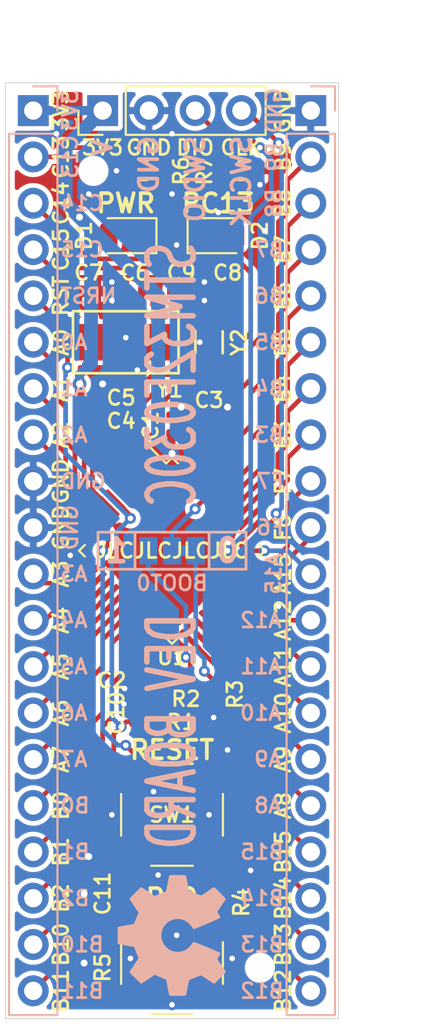
<source format=kicad_pcb>
(kicad_pcb (version 20171130) (host pcbnew "(5.1.6)-1")
  (title_block (title "STM32F030C Development Board") (date 2020-06-29) (rev A) (company "Ruddock House Electrical Engineering") (comment 1 RRWB) (comment 2 "Virtitus mammilas exsugimus") (comment 3 "Ruddock House 2020") (comment 4 "Ray Sun"))
  (layers (0 F.Cu signal) (31 B.Cu signal) (34 B.Paste user hide) (35 F.Paste user hide) (36 B.SilkS user) (37 F.SilkS user) (38 B.Mask user) (39 F.Mask user) (44 Edge.Cuts user))
  (net 0 "")
  (net 1 GND)
  (net 2 VDD)
  (net 3 /HSE_IN)
  (net 4 /HSE_OUT)
  (net 5 /LSE_IN)
  (net 6 /LSE_OUT)
  (net 7 /~RESET)
  (net 8 /PB11)
  (net 9 /PB10)
  (net 10 /PB2)
  (net 11 /PB1)
  (net 12 /PB0)
  (net 13 /PA7)
  (net 14 /PA6)
  (net 15 /PA5)
  (net 16 /PA4)
  (net 17 /PA3)
  (net 18 /PA2)
  (net 19 /PA1)
  (net 20 /PA0)
  (net 21 /PC13)
  (net 22 /PB12)
  (net 23 /PB13)
  (net 24 /PB14)
  (net 25 /PB15)
  (net 26 /PA8)
  (net 27 /PA9)
  (net 28 /PA10)
  (net 29 /PA11)
  (net 30 /PA12)
  (net 31 /PA15)
  (net 32 /PF6)
  (net 33 /PF7)
  (net 34 /PB3)
  (net 35 /PB4)
  (net 36 /PB5)
  (net 37 /PB6)
  (net 38 /PB7)
  (net 39 /PB8)
  (net 40 /PB9)
  (net 41 /SWCLK)
  (net 42 /SWDIO)
  (net 43 /BOOT0)
  (net 44 "Net-(JP1-Pad3)")
  (net 45 "Net-(JP1-Pad1)")
  (net 46 "Net-(D1-Pad1)")
  (net 47 "Net-(D2-Pad1)")
  (net 48 "Net-(R5-Pad2)")
  (module timekey:SW_Push_PTS526 (layer F.Cu) (at 139.7 125.476)
    (fp_text reference SW2 (at 0 0) (layer F.SilkS) (effects (font (size 0.8128 0.8128) (thickness 0.1524))))
    (fp_text value TS-1187A-C-C-B)
    (pad 2 smd rect (at 3.2 1.85) (size 1.5 0.85) (layers F.Cu F.Paste F.Mask) (net 48 "Net-(R5-Pad2)"))
    (pad 1 smd rect (at 3.2 -1.85) (size 1.5 0.85) (layers F.Cu F.Paste F.Mask) (net 20 /PA0))
    (pad 1 smd rect (at -3.2 -1.85) (size 1.5 0.85) (layers F.Cu F.Paste F.Mask) (net 20 /PA0))
    (pad 2 smd rect (at -3.2 1.85) (size 1.5 0.85) (layers F.Cu F.Paste F.Mask) (net 48 "Net-(R5-Pad2)"))
  )
  (module timekey:Crystal_Q13FC1350000400 (layer F.Cu) (at 141.732 91.44 90)
    (fp_text reference Y2 (at 0 1.651 90) (layer F.SilkS) (effects (font (size 0.8128 0.8128) (thickness 0.1524))))
    (fp_text value 32.768kHz)
    (pad 2 smd rect (at 1.25 0 90) (size 1 1.8) (layers F.Cu F.Paste F.Mask) (net 6 /LSE_OUT))
    (pad 1 smd rect (at -1.25 0 90) (size 1 1.8) (layers F.Cu F.Paste F.Mask) (net 5 /LSE_IN))
  )
  (module timekey:Crystal_X50328MSB2GI (layer F.Cu) (at 137.16 91.44 180)
    (fp_text reference Y1 (at -2.413 -2.6) (layer F.SilkS) (effects (font (size 0.8128 0.8128) (thickness 0.1524))))
    (fp_text value 8MHz)
    (pad 2 smd rect (at 1.85 0 180) (size 1.7 2) (layers F.Cu F.Paste F.Mask) (net 4 /HSE_OUT))
    (pad 1 smd rect (at -1.85 0 180) (size 1.7 2) (layers F.Cu F.Paste F.Mask) (net 3 /HSE_IN))
  )
  (module Symbol:OSHW-Symbol_6.7x6mm_SilkScreen (layer B.Cu) (at 139.7 123.952 270)
    (fp_text reference REF** hide)
    (fp_text value OSHW-Symbol_6.7x6mm_SilkScreen hide)
  )
  (module LED_SMD:LED_0805_2012Metric (layer F.Cu) (at 142.24 85.598)
    (fp_text reference D2 (at 2.286 0 90) (layer F.SilkS) (effects (font (size 0.8128 0.8128) (thickness 0.1524))))
    (fp_text value BLUE)
    (pad 2 smd roundrect (at 0.9375 0) (size 0.975 1.4) (layers F.Cu F.Paste F.Mask) (net 21 /PC13))
    (pad 1 smd roundrect (at -0.9375 0) (size 0.975 1.4) (layers F.Cu F.Paste F.Mask) (net 47 "Net-(D2-Pad1)"))
  )
  (module LED_SMD:LED_0805_2012Metric (layer F.Cu) (at 137.16 85.598 180)
    (fp_text reference D1 (at 2.286 0 90) (layer F.SilkS) (effects (font (size 0.8128 0.8128) (thickness 0.1524))))
    (fp_text value RED)
    (pad 2 smd roundrect (at 0.9375 0 180) (size 0.975 1.4) (layers F.Cu F.Paste F.Mask) (net 2 VDD))
    (pad 1 smd roundrect (at -0.9375 0 180) (size 0.975 1.4) (layers F.Cu F.Paste F.Mask) (net 46 "Net-(D1-Pad1)"))
  )
  (module Connector_PinHeader_2.54mm:PinHeader_1x20_P2.54mm_Vertical (layer B.Cu) (at 147.32 78.74 180)
    (fp_text reference J2 hide)
    (fp_text value PinHeader_0.1_01x20)
    (pad 20 thru_hole oval (at 0 -48.26 180) (size 1.7 1.7) (drill 1) (layers *.Cu *.Mask) (net 22 /PB12))
    (pad 19 thru_hole oval (at 0 -45.72 180) (size 1.7 1.7) (drill 1) (layers *.Cu *.Mask) (net 23 /PB13))
    (pad 18 thru_hole oval (at 0 -43.18 180) (size 1.7 1.7) (drill 1) (layers *.Cu *.Mask) (net 24 /PB14))
    (pad 17 thru_hole oval (at 0 -40.64 180) (size 1.7 1.7) (drill 1) (layers *.Cu *.Mask) (net 25 /PB15))
    (pad 16 thru_hole oval (at 0 -38.1 180) (size 1.7 1.7) (drill 1) (layers *.Cu *.Mask) (net 26 /PA8))
    (pad 15 thru_hole oval (at 0 -35.56 180) (size 1.7 1.7) (drill 1) (layers *.Cu *.Mask) (net 27 /PA9))
    (pad 14 thru_hole oval (at 0 -33.02 180) (size 1.7 1.7) (drill 1) (layers *.Cu *.Mask) (net 28 /PA10))
    (pad 13 thru_hole oval (at 0 -30.48 180) (size 1.7 1.7) (drill 1) (layers *.Cu *.Mask) (net 29 /PA11))
    (pad 12 thru_hole oval (at 0 -27.94 180) (size 1.7 1.7) (drill 1) (layers *.Cu *.Mask) (net 30 /PA12))
    (pad 11 thru_hole oval (at 0 -25.4 180) (size 1.7 1.7) (drill 1) (layers *.Cu *.Mask) (net 31 /PA15))
    (pad 10 thru_hole oval (at 0 -22.86 180) (size 1.7 1.7) (drill 1) (layers *.Cu *.Mask) (net 32 /PF6))
    (pad 9 thru_hole oval (at 0 -20.32 180) (size 1.7 1.7) (drill 1) (layers *.Cu *.Mask) (net 33 /PF7))
    (pad 8 thru_hole oval (at 0 -17.78 180) (size 1.7 1.7) (drill 1) (layers *.Cu *.Mask) (net 34 /PB3))
    (pad 7 thru_hole oval (at 0 -15.24 180) (size 1.7 1.7) (drill 1) (layers *.Cu *.Mask) (net 35 /PB4))
    (pad 6 thru_hole oval (at 0 -12.7 180) (size 1.7 1.7) (drill 1) (layers *.Cu *.Mask) (net 36 /PB5))
    (pad 5 thru_hole oval (at 0 -10.16 180) (size 1.7 1.7) (drill 1) (layers *.Cu *.Mask) (net 37 /PB6))
    (pad 4 thru_hole oval (at 0 -7.62 180) (size 1.7 1.7) (drill 1) (layers *.Cu *.Mask) (net 38 /PB7))
    (pad 3 thru_hole oval (at 0 -5.08 180) (size 1.7 1.7) (drill 1) (layers *.Cu *.Mask) (net 39 /PB8))
    (pad 2 thru_hole oval (at 0 -2.54 180) (size 1.7 1.7) (drill 1) (layers *.Cu *.Mask) (net 40 /PB9))
    (pad 1 thru_hole rect (at 0 0 180) (size 1.7 1.7) (drill 1) (layers *.Cu *.Mask) (net 1 GND))
  )
  (module Connector_PinHeader_2.54mm:PinHeader_1x20_P2.54mm_Vertical (layer B.Cu) (at 132.08 78.74 180)
    (fp_text reference J1 hide)
    (fp_text value PinHeader_0.1_01x20)
    (pad 20 thru_hole oval (at 0 -48.26 180) (size 1.7 1.7) (drill 1) (layers *.Cu *.Mask) (net 8 /PB11))
    (pad 19 thru_hole oval (at 0 -45.72 180) (size 1.7 1.7) (drill 1) (layers *.Cu *.Mask) (net 9 /PB10))
    (pad 18 thru_hole oval (at 0 -43.18 180) (size 1.7 1.7) (drill 1) (layers *.Cu *.Mask) (net 10 /PB2))
    (pad 17 thru_hole oval (at 0 -40.64 180) (size 1.7 1.7) (drill 1) (layers *.Cu *.Mask) (net 11 /PB1))
    (pad 16 thru_hole oval (at 0 -38.1 180) (size 1.7 1.7) (drill 1) (layers *.Cu *.Mask) (net 12 /PB0))
    (pad 15 thru_hole oval (at 0 -35.56 180) (size 1.7 1.7) (drill 1) (layers *.Cu *.Mask) (net 13 /PA7))
    (pad 14 thru_hole oval (at 0 -33.02 180) (size 1.7 1.7) (drill 1) (layers *.Cu *.Mask) (net 14 /PA6))
    (pad 13 thru_hole oval (at 0 -30.48 180) (size 1.7 1.7) (drill 1) (layers *.Cu *.Mask) (net 15 /PA5))
    (pad 12 thru_hole oval (at 0 -27.94 180) (size 1.7 1.7) (drill 1) (layers *.Cu *.Mask) (net 16 /PA4))
    (pad 11 thru_hole oval (at 0 -25.4 180) (size 1.7 1.7) (drill 1) (layers *.Cu *.Mask) (net 17 /PA3))
    (pad 10 thru_hole oval (at 0 -22.86 180) (size 1.7 1.7) (drill 1) (layers *.Cu *.Mask) (net 1 GND))
    (pad 9 thru_hole oval (at 0 -20.32 180) (size 1.7 1.7) (drill 1) (layers *.Cu *.Mask) (net 1 GND))
    (pad 8 thru_hole oval (at 0 -17.78 180) (size 1.7 1.7) (drill 1) (layers *.Cu *.Mask) (net 18 /PA2))
    (pad 7 thru_hole oval (at 0 -15.24 180) (size 1.7 1.7) (drill 1) (layers *.Cu *.Mask) (net 19 /PA1))
    (pad 6 thru_hole oval (at 0 -12.7 180) (size 1.7 1.7) (drill 1) (layers *.Cu *.Mask) (net 20 /PA0))
    (pad 5 thru_hole oval (at 0 -10.16 180) (size 1.7 1.7) (drill 1) (layers *.Cu *.Mask) (net 7 /~RESET))
    (pad 4 thru_hole oval (at 0 -7.62 180) (size 1.7 1.7) (drill 1) (layers *.Cu *.Mask) (net 6 /LSE_OUT))
    (pad 3 thru_hole oval (at 0 -5.08 180) (size 1.7 1.7) (drill 1) (layers *.Cu *.Mask) (net 5 /LSE_IN))
    (pad 2 thru_hole oval (at 0 -2.54 180) (size 1.7 1.7) (drill 1) (layers *.Cu *.Mask) (net 21 /PC13))
    (pad 1 thru_hole rect (at 0 0 180) (size 1.7 1.7) (drill 1) (layers *.Cu *.Mask) (net 2 VDD))
  )
  (module timekey:SolderJumper-3_P1.3mm_Bridged12_Pad1.0x1.5mm_NoMark (layer B.Cu) (at 139.7 102.87 180)
    (fp_text reference JP1 hide)
    (fp_text value SJ3)
    (fp_poly (pts (xy -0.9 0.3) (xy -0.4 0.3) (xy -0.4 -0.3) (xy -0.9 -0.3)) (layer B.Cu) (width 0))
    (pad 2 smd rect (at 0 0 180) (size 1 1.5) (layers B.Cu B.Mask) (net 43 /BOOT0))
    (pad 3 smd rect (at 1.3 0 180) (size 1 1.5) (layers B.Cu B.Mask) (net 44 "Net-(JP1-Pad3)"))
    (pad 1 smd rect (at -1.3 0 180) (size 1 1.5) (layers B.Cu B.Mask) (net 45 "Net-(JP1-Pad1)"))
  )
  (module Package_QFP:LQFP-48_7x7mm_P0.5mm (layer F.Cu) (at 139.7 102.87 315)
    (fp_text reference U1 (at 4.130918 4.130918 180) (layer F.SilkS) (effects (font (size 0.8128 0.8128) (thickness 0.1524))))
    (fp_text value STM32F030C8T6)
    (pad 1 smd roundrect (at -4.1625 -2.75 315) (size 1.475 0.3) (layers F.Cu F.Paste F.Mask) (net 2 VDD))
    (pad 2 smd roundrect (at -4.1625 -2.25 315) (size 1.475 0.3) (layers F.Cu F.Paste F.Mask) (net 21 /PC13))
    (pad 3 smd roundrect (at -4.1625 -1.75 315) (size 1.475 0.3) (layers F.Cu F.Paste F.Mask) (net 5 /LSE_IN))
    (pad 4 smd roundrect (at -4.1625 -1.25 315) (size 1.475 0.3) (layers F.Cu F.Paste F.Mask) (net 6 /LSE_OUT))
    (pad 5 smd roundrect (at -4.1625 -0.75 315) (size 1.475 0.3) (layers F.Cu F.Paste F.Mask) (net 3 /HSE_IN))
    (pad 6 smd roundrect (at -4.1625 -0.25 315) (size 1.475 0.3) (layers F.Cu F.Paste F.Mask) (net 4 /HSE_OUT))
    (pad 7 smd roundrect (at -4.1625 0.25 315) (size 1.475 0.3) (layers F.Cu F.Paste F.Mask) (net 7 /~RESET))
    (pad 8 smd roundrect (at -4.1625 0.75 315) (size 1.475 0.3) (layers F.Cu F.Paste F.Mask) (net 1 GND))
    (pad 9 smd roundrect (at -4.1625 1.25 315) (size 1.475 0.3) (layers F.Cu F.Paste F.Mask) (net 2 VDD))
    (pad 10 smd roundrect (at -4.1625 1.75 315) (size 1.475 0.3) (layers F.Cu F.Paste F.Mask) (net 20 /PA0))
    (pad 11 smd roundrect (at -4.1625 2.25 315) (size 1.475 0.3) (layers F.Cu F.Paste F.Mask) (net 19 /PA1))
    (pad 12 smd roundrect (at -4.1625 2.75 315) (size 1.475 0.3) (layers F.Cu F.Paste F.Mask) (net 18 /PA2))
    (pad 13 smd roundrect (at -2.75 4.1625 315) (size 0.3 1.475) (layers F.Cu F.Paste F.Mask) (net 17 /PA3))
    (pad 14 smd roundrect (at -2.25 4.1625 315) (size 0.3 1.475) (layers F.Cu F.Paste F.Mask) (net 16 /PA4))
    (pad 15 smd roundrect (at -1.75 4.1625 315) (size 0.3 1.475) (layers F.Cu F.Paste F.Mask) (net 15 /PA5))
    (pad 16 smd roundrect (at -1.25 4.1625 315) (size 0.3 1.475) (layers F.Cu F.Paste F.Mask) (net 14 /PA6))
    (pad 17 smd roundrect (at -0.75 4.1625 315) (size 0.3 1.475) (layers F.Cu F.Paste F.Mask) (net 13 /PA7))
    (pad 18 smd roundrect (at -0.25 4.1625 315) (size 0.3 1.475) (layers F.Cu F.Paste F.Mask) (net 12 /PB0))
    (pad 19 smd roundrect (at 0.25 4.1625 315) (size 0.3 1.475) (layers F.Cu F.Paste F.Mask) (net 11 /PB1))
    (pad 20 smd roundrect (at 0.75 4.1625 315) (size 0.3 1.475) (layers F.Cu F.Paste F.Mask) (net 10 /PB2))
    (pad 21 smd roundrect (at 1.25 4.1625 315) (size 0.3 1.475) (layers F.Cu F.Paste F.Mask) (net 9 /PB10))
    (pad 22 smd roundrect (at 1.75 4.1625 315) (size 0.3 1.475) (layers F.Cu F.Paste F.Mask) (net 8 /PB11))
    (pad 23 smd roundrect (at 2.25 4.1625 315) (size 0.3 1.475) (layers F.Cu F.Paste F.Mask) (net 1 GND))
    (pad 24 smd roundrect (at 2.75 4.1625 315) (size 0.3 1.475) (layers F.Cu F.Paste F.Mask) (net 2 VDD))
    (pad 25 smd roundrect (at 4.1625 2.75 315) (size 1.475 0.3) (layers F.Cu F.Paste F.Mask) (net 22 /PB12))
    (pad 26 smd roundrect (at 4.1625 2.25 315) (size 1.475 0.3) (layers F.Cu F.Paste F.Mask) (net 23 /PB13))
    (pad 27 smd roundrect (at 4.1625 1.75 315) (size 1.475 0.3) (layers F.Cu F.Paste F.Mask) (net 24 /PB14))
    (pad 28 smd roundrect (at 4.1625 1.25 315) (size 1.475 0.3) (layers F.Cu F.Paste F.Mask) (net 25 /PB15))
    (pad 29 smd roundrect (at 4.1625 0.75 315) (size 1.475 0.3) (layers F.Cu F.Paste F.Mask) (net 26 /PA8))
    (pad 30 smd roundrect (at 4.1625 0.25 315) (size 1.475 0.3) (layers F.Cu F.Paste F.Mask) (net 27 /PA9))
    (pad 31 smd roundrect (at 4.1625 -0.25 315) (size 1.475 0.3) (layers F.Cu F.Paste F.Mask) (net 28 /PA10))
    (pad 32 smd roundrect (at 4.1625 -0.75 315) (size 1.475 0.3) (layers F.Cu F.Paste F.Mask) (net 29 /PA11))
    (pad 33 smd roundrect (at 4.1625 -1.25 315) (size 1.475 0.3) (layers F.Cu F.Paste F.Mask) (net 30 /PA12))
    (pad 34 smd roundrect (at 4.1625 -1.75 315) (size 1.475 0.3) (layers F.Cu F.Paste F.Mask) (net 42 /SWDIO))
    (pad 35 smd roundrect (at 4.1625 -2.25 315) (size 1.475 0.3) (layers F.Cu F.Paste F.Mask) (net 32 /PF6))
    (pad 36 smd roundrect (at 4.1625 -2.75 315) (size 1.475 0.3) (layers F.Cu F.Paste F.Mask) (net 33 /PF7))
    (pad 37 smd roundrect (at 2.75 -4.1625 315) (size 0.3 1.475) (layers F.Cu F.Paste F.Mask) (net 41 /SWCLK))
    (pad 38 smd roundrect (at 2.25 -4.1625 315) (size 0.3 1.475) (layers F.Cu F.Paste F.Mask) (net 31 /PA15))
    (pad 39 smd roundrect (at 1.75 -4.1625 315) (size 0.3 1.475) (layers F.Cu F.Paste F.Mask) (net 34 /PB3))
    (pad 40 smd roundrect (at 1.25 -4.1625 315) (size 0.3 1.475) (layers F.Cu F.Paste F.Mask) (net 35 /PB4))
    (pad 41 smd roundrect (at 0.75 -4.1625 315) (size 0.3 1.475) (layers F.Cu F.Paste F.Mask) (net 36 /PB5))
    (pad 42 smd roundrect (at 0.25 -4.1625 315) (size 0.3 1.475) (layers F.Cu F.Paste F.Mask) (net 37 /PB6))
    (pad 43 smd roundrect (at -0.25 -4.1625 315) (size 0.3 1.475) (layers F.Cu F.Paste F.Mask) (net 38 /PB7))
    (pad 44 smd roundrect (at -0.75 -4.1625 315) (size 0.3 1.475) (layers F.Cu F.Paste F.Mask) (net 43 /BOOT0))
    (pad 45 smd roundrect (at -1.25 -4.1625 315) (size 0.3 1.475) (layers F.Cu F.Paste F.Mask) (net 39 /PB8))
    (pad 46 smd roundrect (at -1.75 -4.1625 315) (size 0.3 1.475) (layers F.Cu F.Paste F.Mask) (net 40 /PB9))
    (pad 47 smd roundrect (at -2.25 -4.1625 315) (size 0.3 1.475) (layers F.Cu F.Paste F.Mask) (net 1 GND))
    (pad 48 smd roundrect (at -2.75 -4.1625 315) (size 0.3 1.475) (layers F.Cu F.Paste F.Mask) (net 2 VDD))
  )
  (module timekey:Fiducial_JLCPCB_1.152mm (layer F.Cu) (at 135.382 82.042)
    (fp_text reference REF** hide)
    (fp_text value Fiducial_JLCPCB_1.152mm hide)
    (pad "" np_thru_hole circle (at 0 0) (size 1.152 1.152) (drill 1.152) (layers *.Cu *.Mask))
  )
  (module timekey:Fiducial_JLCPCB_1.152mm (layer F.Cu) (at 144.526 125.73)
    (fp_text reference REF** hide)
    (fp_text value Fiducial_JLCPCB_1.152mm hide)
    (pad "" np_thru_hole circle (at 0 0) (size 1.152 1.152) (drill 1.152) (layers *.Cu *.Mask))
  )
  (module Resistor_SMD:R_0402_1005Metric (layer F.Cu) (at 134.874 126.746 270)
    (fp_text reference R5 (at -1.016 -1.016 90) (layer F.SilkS) (effects (font (size 0.8128 0.8128) (thickness 0.1524))))
    (fp_text value 100)
    (pad 2 smd roundrect (at 0.485 0 270) (size 0.59 0.64) (layers F.Cu F.Paste F.Mask) (net 48 "Net-(R5-Pad2)"))
    (pad 1 smd roundrect (at -0.485 0 270) (size 0.59 0.64) (layers F.Cu F.Paste F.Mask) (net 1 GND))
  )
  (module Resistor_SMD:R_0402_1005Metric (layer F.Cu) (at 144.526 122.936 90)
    (fp_text reference R4 (at 0.785 -1.016 90) (layer F.SilkS) (effects (font (size 0.8128 0.8128) (thickness 0.1524))))
    (fp_text value 10K)
    (pad 2 smd roundrect (at 0.485 0 90) (size 0.59 0.64) (layers F.Cu F.Paste F.Mask) (net 2 VDD))
    (pad 1 smd roundrect (at -0.485 0 90) (size 0.59 0.64) (layers F.Cu F.Paste F.Mask) (net 20 /PA0))
  )
  (module Capacitor_SMD:C_0402_1005Metric (layer F.Cu) (at 134.874 122.959 270)
    (fp_text reference C11 (at -1.293 -1.016 270) (layer F.SilkS) (effects (font (size 0.8128 0.8128) (thickness 0.1524))))
    (fp_text value 0.1uF)
    (pad 2 smd roundrect (at 0.485 0 270) (size 0.59 0.64) (layers F.Cu F.Paste F.Mask) (net 20 /PA0))
    (pad 1 smd roundrect (at -0.485 0 270) (size 0.59 0.64) (layers F.Cu F.Paste F.Mask) (net 1 GND))
  )
  (module timekey:SW_Push_PTS526 (layer F.Cu) (at 139.7 117.348)
    (fp_text reference SW1 (at 0 0 180) (layer F.SilkS) (effects (font (size 0.8128 0.8128) (thickness 0.1524))))
    (fp_text value TS-1187A-C-C-B)
    (pad 2 smd rect (at 3.2 1.85) (size 1.5 0.85) (layers F.Cu F.Paste F.Mask) (net 1 GND))
    (pad 1 smd rect (at 3.2 -1.85) (size 1.5 0.85) (layers F.Cu F.Paste F.Mask) (net 7 /~RESET))
    (pad 1 smd rect (at -3.2 -1.85) (size 1.5 0.85) (layers F.Cu F.Paste F.Mask) (net 7 /~RESET))
    (pad 2 smd rect (at -3.2 1.85) (size 1.5 0.85) (layers F.Cu F.Paste F.Mask) (net 1 GND))
  )
  (module Resistor_SMD:R_0603_1608Metric (layer F.Cu) (at 143.51 82.042 180)
    (fp_text reference R7 (at 2.032 0 90) (layer F.SilkS) (effects (font (size 0.8128 0.8128) (thickness 0.1524))))
    (fp_text value 330)
    (pad 2 smd roundrect (at 0.7875 0 180) (size 0.875 0.95) (layers F.Cu F.Paste F.Mask) (net 47 "Net-(D2-Pad1)"))
    (pad 1 smd roundrect (at -0.7875 0 180) (size 0.875 0.95) (layers F.Cu F.Paste F.Mask) (net 1 GND))
  )
  (module Resistor_SMD:R_0603_1608Metric (layer F.Cu) (at 138.176 82.042)
    (fp_text reference R6 (at 2.032 0 270) (layer F.SilkS) (effects (font (size 0.8128 0.8128) (thickness 0.1524))))
    (fp_text value 510)
    (pad 2 smd roundrect (at 0.7875 0) (size 0.875 0.95) (layers F.Cu F.Paste F.Mask) (net 46 "Net-(D1-Pad1)"))
    (pad 1 smd roundrect (at -0.7875 0) (size 0.875 0.95) (layers F.Cu F.Paste F.Mask) (net 1 GND))
  )
  (module Resistor_SMD:R_0402_1005Metric (layer F.Cu) (at 141.986 110.744 270)
    (fp_text reference R3 (at 0 -1.17 90) (layer F.SilkS) (effects (font (size 0.8128 0.8128) (thickness 0.1524))))
    (fp_text value 10K)
    (pad 2 smd roundrect (at 0.485 0 270) (size 0.59 0.64) (layers F.Cu F.Paste F.Mask) (net 1 GND))
    (pad 1 smd roundrect (at -0.485 0 270) (size 0.59 0.64) (layers F.Cu F.Paste F.Mask) (net 45 "Net-(JP1-Pad1)"))
  )
  (module Resistor_SMD:R_0402_1005Metric (layer F.Cu) (at 140.208 109.982 180)
    (fp_text reference R2 (at -0.254 -1.016) (layer F.SilkS) (effects (font (size 0.8128 0.8128) (thickness 0.1524))))
    (fp_text value 10K)
    (pad 2 smd roundrect (at 0.485 0 180) (size 0.59 0.64) (layers F.Cu F.Paste F.Mask) (net 2 VDD))
    (pad 1 smd roundrect (at -0.485 0 180) (size 0.59 0.64) (layers F.Cu F.Paste F.Mask) (net 44 "Net-(JP1-Pad3)"))
  )
  (module Resistor_SMD:R_0402_1005Metric (layer F.Cu) (at 138.938 111.76 90)
    (fp_text reference R1 (at -0.508 1.27 180) (layer F.SilkS) (effects (font (size 0.8128 0.8128) (thickness 0.1524))))
    (fp_text value 10K)
    (pad 2 smd roundrect (at 0.485 0 90) (size 0.59 0.64) (layers F.Cu F.Paste F.Mask) (net 2 VDD))
    (pad 1 smd roundrect (at -0.485 0 90) (size 0.59 0.64) (layers F.Cu F.Paste F.Mask) (net 7 /~RESET))
  )
  (module Connector_PinHeader_2.54mm:PinHeader_1x04_P2.54mm_Vertical (layer F.Cu) (at 135.89 78.74 90)
    (fp_text reference J3 hide)
    (fp_text value PinHeader_0.1_01x04)
    (pad 4 thru_hole oval (at 0 7.62 90) (size 1.7 1.7) (drill 1) (layers *.Cu *.Mask) (net 41 /SWCLK))
    (pad 3 thru_hole oval (at 0 5.08 90) (size 1.7 1.7) (drill 1) (layers *.Cu *.Mask) (net 42 /SWDIO))
    (pad 2 thru_hole oval (at 0 2.54 90) (size 1.7 1.7) (drill 1) (layers *.Cu *.Mask) (net 1 GND))
    (pad 1 thru_hole rect (at 0 0 90) (size 1.7 1.7) (drill 1) (layers *.Cu *.Mask) (net 2 VDD))
  )
  (module Capacitor_SMD:C_0402_1005Metric (layer F.Cu) (at 137.668 111.76 270)
    (fp_text reference C10 (at 0 1.016 270) (layer F.SilkS) (effects (font (size 0.8128 0.8128) (thickness 0.1524))))
    (fp_text value 0.1uF)
    (pad 2 smd roundrect (at 0.485 0 270) (size 0.59 0.64) (layers F.Cu F.Paste F.Mask) (net 7 /~RESET))
    (pad 1 smd roundrect (at -0.485 0 270) (size 0.59 0.64) (layers F.Cu F.Paste F.Mask) (net 1 GND))
  )
  (module Capacitor_SMD:C_0402_1005Metric (layer F.Cu) (at 140.208 88.646)
    (fp_text reference C9 (at 0 -1.016) (layer F.SilkS) (effects (font (size 0.8128 0.8128) (thickness 0.1524))))
    (fp_text value 18pF)
    (pad 2 smd roundrect (at 0.485 0) (size 0.59 0.64) (layers F.Cu F.Paste F.Mask) (net 1 GND))
    (pad 1 smd roundrect (at -0.485 0) (size 0.59 0.64) (layers F.Cu F.Paste F.Mask) (net 6 /LSE_OUT))
  )
  (module Capacitor_SMD:C_0402_1005Metric (layer F.Cu) (at 142.748 88.646 180)
    (fp_text reference C8 (at 0 1.016) (layer F.SilkS) (effects (font (size 0.8128 0.8128) (thickness 0.1524))))
    (fp_text value 18pF)
    (pad 2 smd roundrect (at 0.485 0 180) (size 0.59 0.64) (layers F.Cu F.Paste F.Mask) (net 1 GND))
    (pad 1 smd roundrect (at -0.485 0 180) (size 0.59 0.64) (layers F.Cu F.Paste F.Mask) (net 5 /LSE_IN))
  )
  (module Capacitor_SMD:C_0402_1005Metric (layer F.Cu) (at 135.128 88.646)
    (fp_text reference C7 (at 0 -1.016) (layer F.SilkS) (effects (font (size 0.8128 0.8128) (thickness 0.1524))))
    (fp_text value 33pF)
    (pad 2 smd roundrect (at 0.485 0) (size 0.59 0.64) (layers F.Cu F.Paste F.Mask) (net 1 GND))
    (pad 1 smd roundrect (at -0.485 0) (size 0.59 0.64) (layers F.Cu F.Paste F.Mask) (net 4 /HSE_OUT))
  )
  (module Capacitor_SMD:C_0402_1005Metric (layer F.Cu) (at 137.645 88.646 180)
    (fp_text reference C6 (at -0.023 1.016) (layer F.SilkS) (effects (font (size 0.8128 0.8128) (thickness 0.1524))))
    (fp_text value 33pF)
    (pad 2 smd roundrect (at 0.485 0 180) (size 0.59 0.64) (layers F.Cu F.Paste F.Mask) (net 1 GND))
    (pad 1 smd roundrect (at -0.485 0 180) (size 0.59 0.64) (layers F.Cu F.Paste F.Mask) (net 3 /HSE_IN))
  )
  (module Capacitor_SMD:C_0402_1005Metric (layer F.Cu) (at 135.128 94.488)
    (fp_text reference C5 (at 1.778 0) (layer F.SilkS) (effects (font (size 0.8128 0.8128) (thickness 0.1524))))
    (fp_text value 1uF)
    (pad 2 smd roundrect (at 0.485 0) (size 0.59 0.64) (layers F.Cu F.Paste F.Mask) (net 1 GND))
    (pad 1 smd roundrect (at -0.485 0) (size 0.59 0.64) (layers F.Cu F.Paste F.Mask) (net 2 VDD))
  )
  (module Capacitor_SMD:C_0402_1005Metric (layer F.Cu) (at 135.128 95.758)
    (fp_text reference C4 (at 1.778 0) (layer F.SilkS) (effects (font (size 0.8128 0.8128) (thickness 0.1524))))
    (fp_text value 10nF)
    (pad 2 smd roundrect (at 0.485 0) (size 0.59 0.64) (layers F.Cu F.Paste F.Mask) (net 1 GND))
    (pad 1 smd roundrect (at -0.485 0) (size 0.59 0.64) (layers F.Cu F.Paste F.Mask) (net 2 VDD))
  )
  (module Capacitor_SMD:C_0402_1005Metric (layer F.Cu) (at 141.732 95.758)
    (fp_text reference C3 (at 0 -1.143 180) (layer F.SilkS) (effects (font (size 0.8128 0.8128) (thickness 0.1524))))
    (fp_text value 0.1uF)
    (pad 2 smd roundrect (at 0.485 0) (size 0.59 0.64) (layers F.Cu F.Paste F.Mask) (net 1 GND))
    (pad 1 smd roundrect (at -0.485 0) (size 0.59 0.64) (layers F.Cu F.Paste F.Mask) (net 2 VDD))
  )
  (module Capacitor_SMD:C_0402_1005Metric (layer F.Cu) (at 138.176 109.982 180)
    (fp_text reference C2 (at 1.778 0) (layer F.SilkS) (effects (font (size 0.8128 0.8128) (thickness 0.1524))))
    (fp_text value 0.1uF)
    (pad 2 smd roundrect (at 0.485 0 180) (size 0.59 0.64) (layers F.Cu F.Paste F.Mask) (net 1 GND))
    (pad 1 smd roundrect (at -0.485 0 180) (size 0.59 0.64) (layers F.Cu F.Paste F.Mask) (net 2 VDD))
  )
  (module Capacitor_SMD:C_0402_1005Metric (layer F.Cu) (at 139.7 96.012 90)
    (fp_text reference C1 (at 0 -1.17 90) (layer F.SilkS) (effects (font (size 0.8128 0.8128) (thickness 0.1524))))
    (fp_text value 4.7uF)
    (pad 2 smd roundrect (at 0.485 0 90) (size 0.59 0.64) (layers F.Cu F.Paste F.Mask) (net 1 GND))
    (pad 1 smd roundrect (at -0.485 0 90) (size 0.59 0.64) (layers F.Cu F.Paste F.Mask) (net 2 VDD))
  )
  (gr_text STM32F030C (at 139.7 93.218 90) (layer B.SilkS) (effects (font (size 2.54 1.524) (thickness 0.3048)) (justify mirror)))
  (gr_text PA0 (at 139.7 121.92) (layer F.SilkS) (effects (font (size 1.016 1.016) (thickness 0.2032))))
  (gr_text RESET (at 139.7 113.792) (layer F.SilkS) (effects (font (size 1.016 1.016) (thickness 0.2032))))
  (gr_text "DEV BOARD" (at 139.7 112.776 90) (layer B.SilkS) (effects (font (size 2.54 1.524) (thickness 0.3048)) (justify mirror)))
  (gr_text B12 (at 145.923 127) (layer B.SilkS) (effects (font (size 0.8128 0.8128) (thickness 0.1524)) (justify left mirror)))
  (gr_text B13 (at 145.923 124.46) (layer B.SilkS) (effects (font (size 0.8128 0.8128) (thickness 0.1524)) (justify left mirror)))
  (gr_text B14 (at 145.923 121.92) (layer B.SilkS) (effects (font (size 0.8128 0.8128) (thickness 0.1524)) (justify left mirror)))
  (gr_text B15 (at 145.923 119.38) (layer B.SilkS) (effects (font (size 0.8128 0.8128) (thickness 0.1524)) (justify left mirror)))
  (gr_text A8 (at 145.796 116.84) (layer B.SilkS) (effects (font (size 0.8128 0.8128) (thickness 0.1524)) (justify left mirror)))
  (gr_text A9 (at 145.796 114.3) (layer B.SilkS) (effects (font (size 0.8128 0.8128) (thickness 0.1524)) (justify left mirror)))
  (gr_text A10 (at 145.796 111.76) (layer B.SilkS) (effects (font (size 0.8128 0.8128) (thickness 0.1524)) (justify left mirror)))
  (gr_text A11 (at 145.796 109.22) (layer B.SilkS) (effects (font (size 0.8128 0.8128) (thickness 0.1524)) (justify left mirror)))
  (gr_text A12 (at 145.796 106.68) (layer B.SilkS) (effects (font (size 0.8128 0.8128) (thickness 0.1524)) (justify left mirror)))
  (gr_text A15 (at 145.288 104.14 90) (layer B.SilkS) (effects (font (size 0.8128 0.8128) (thickness 0.1524)) (justify mirror)))
  (gr_text F6 (at 145.923 101.6) (layer B.SilkS) (effects (font (size 0.8128 0.8128) (thickness 0.1524)) (justify left mirror)))
  (gr_text F7 (at 145.923 99.06) (layer B.SilkS) (effects (font (size 0.8128 0.8128) (thickness 0.1524)) (justify left mirror)))
  (gr_text B3 (at 145.923 96.52) (layer B.SilkS) (effects (font (size 0.8128 0.8128) (thickness 0.1524)) (justify left mirror)))
  (gr_text B4 (at 145.923 93.98) (layer B.SilkS) (effects (font (size 0.8128 0.8128) (thickness 0.1524)) (justify left mirror)))
  (gr_text B5 (at 145.923 91.44) (layer B.SilkS) (effects (font (size 0.8128 0.8128) (thickness 0.1524)) (justify left mirror)))
  (gr_text B6 (at 145.923 88.9) (layer B.SilkS) (effects (font (size 0.8128 0.8128) (thickness 0.1524)) (justify left mirror)))
  (gr_text B7 (at 145.923 86.36) (layer B.SilkS) (effects (font (size 0.8128 0.8128) (thickness 0.1524)) (justify left mirror)))
  (gr_text B8 (at 145.288 83.82 90) (layer B.SilkS) (effects (font (size 0.8128 0.8128) (thickness 0.1524)) (justify mirror)))
  (gr_text B9 (at 145.288 81.28 90) (layer B.SilkS) (effects (font (size 0.8128 0.8128) (thickness 0.1524)) (justify mirror)))
  (gr_text GND (at 145.288 78.74 90) (layer B.SilkS) (effects (font (size 0.8128 0.8128) (thickness 0.1524)) (justify mirror)))
  (gr_text B11 (at 133.477 127) (layer B.SilkS) (effects (font (size 0.8128 0.8128) (thickness 0.1524)) (justify right mirror)))
  (gr_text B10 (at 133.477 124.46) (layer B.SilkS) (effects (font (size 0.8128 0.8128) (thickness 0.1524)) (justify right mirror)))
  (gr_text B2 (at 133.477 121.92) (layer B.SilkS) (effects (font (size 0.8128 0.8128) (thickness 0.1524)) (justify right mirror)))
  (gr_text B1 (at 133.477 119.38) (layer B.SilkS) (effects (font (size 0.8128 0.8128) (thickness 0.1524)) (justify right mirror)))
  (gr_text B0 (at 133.477 116.84) (layer B.SilkS) (effects (font (size 0.8128 0.8128) (thickness 0.1524)) (justify right mirror)))
  (gr_text A7 (at 133.477 114.3) (layer B.SilkS) (effects (font (size 0.8128 0.8128) (thickness 0.1524)) (justify right mirror)))
  (gr_text A6 (at 133.477 111.76) (layer B.SilkS) (effects (font (size 0.8128 0.8128) (thickness 0.1524)) (justify right mirror)))
  (gr_text SWCLK (at 143.51 80.01 90) (layer B.SilkS) (effects (font (size 1.016 1.016) (thickness 0.2032)) (justify left mirror)))
  (gr_text SWDIO (at 140.97 80.01 90) (layer B.SilkS) (effects (font (size 1.016 1.016) (thickness 0.2032)) (justify left mirror)))
  (gr_text GND (at 138.43 80.01 90) (layer B.SilkS) (effects (font (size 1.016 1.016) (thickness 0.2032)) (justify left mirror)))
  (gr_text V (at 135.89 80.772 90) (layer B.SilkS) (effects (font (size 1.016 1.016) (thickness 0.2032)) (justify mirror)))
  (gr_text PC13 (at 142.24 83.82) (layer F.SilkS) (effects (font (size 1.016 1.016) (thickness 0.2032))))
  (gr_text PWR (at 137.16 83.82) (layer F.SilkS) (effects (font (size 1.016 1.016) (thickness 0.2032))))
  (gr_text B12 (at 145.796 127 90) (layer F.SilkS) (effects (font (size 0.8128 0.8128) (thickness 0.1524))))
  (gr_text B13 (at 145.796 124.46 90) (layer F.SilkS) (effects (font (size 0.8128 0.8128) (thickness 0.1524))))
  (gr_text B14 (at 145.796 121.92 90) (layer F.SilkS) (effects (font (size 0.8128 0.8128) (thickness 0.1524))))
  (gr_text B15 (at 145.796 119.38 90) (layer F.SilkS) (effects (font (size 0.8128 0.8128) (thickness 0.1524))))
  (gr_text A8 (at 145.796 116.84 90) (layer F.SilkS) (effects (font (size 0.8128 0.8128) (thickness 0.1524))))
  (gr_text A9 (at 145.796 114.3 90) (layer F.SilkS) (effects (font (size 0.8128 0.8128) (thickness 0.1524))))
  (gr_text A10 (at 145.796 111.76 90) (layer F.SilkS) (effects (font (size 0.8128 0.8128) (thickness 0.1524))))
  (gr_text A11 (at 145.796 109.22 90) (layer F.SilkS) (effects (font (size 0.8128 0.8128) (thickness 0.1524))))
  (gr_text A12 (at 145.796 106.68 90) (layer F.SilkS) (effects (font (size 0.8128 0.8128) (thickness 0.1524))))
  (gr_text A15 (at 145.796 104.14 90) (layer F.SilkS) (effects (font (size 0.8128 0.8128) (thickness 0.1524))))
  (gr_text F6 (at 145.796 101.6 90) (layer F.SilkS) (effects (font (size 0.8128 0.8128) (thickness 0.1524))))
  (gr_text F7 (at 145.796 99.06 90) (layer F.SilkS) (effects (font (size 0.8128 0.8128) (thickness 0.1524))))
  (gr_text B3 (at 145.796 96.52 90) (layer F.SilkS) (effects (font (size 0.8128 0.8128) (thickness 0.1524))))
  (gr_text B4 (at 145.796 93.98 90) (layer F.SilkS) (effects (font (size 0.8128 0.8128) (thickness 0.1524))))
  (gr_text B5 (at 145.796 91.44 90) (layer F.SilkS) (effects (font (size 0.8128 0.8128) (thickness 0.1524))))
  (gr_text B6 (at 145.796 88.9 90) (layer F.SilkS) (effects (font (size 0.8128 0.8128) (thickness 0.1524))))
  (gr_text B7 (at 145.796 86.36 90) (layer F.SilkS) (effects (font (size 0.8128 0.8128) (thickness 0.1524))))
  (gr_text B8 (at 145.796 83.82 90) (layer F.SilkS) (effects (font (size 0.8128 0.8128) (thickness 0.1524))))
  (gr_text B9 (at 145.796 81.28 90) (layer F.SilkS) (effects (font (size 0.8128 0.8128) (thickness 0.1524))))
  (gr_text GND (at 145.796 78.74 90) (layer F.SilkS) (effects (font (size 0.8128 0.8128) (thickness 0.1524))))
  (gr_text 3V3 (at 133.604 78.74 90) (layer F.SilkS) (effects (font (size 0.8128 0.8128) (thickness 0.1524))))
  (gr_text C13 (at 133.604 81.28 90) (layer F.SilkS) (effects (font (size 0.8128 0.8128) (thickness 0.1524))))
  (gr_text C14 (at 133.604 83.82 90) (layer F.SilkS) (effects (font (size 0.8128 0.8128) (thickness 0.1524))))
  (gr_text C15 (at 133.604 86.36 90) (layer F.SilkS) (effects (font (size 0.8128 0.8128) (thickness 0.1524))))
  (gr_text RST (at 133.604 88.9 90) (layer F.SilkS) (effects (font (size 0.8128 0.8128) (thickness 0.1524))))
  (gr_text A0 (at 133.604 91.44 90) (layer F.SilkS) (effects (font (size 0.8128 0.8128) (thickness 0.1524))))
  (gr_text A1 (at 133.604 93.98 90) (layer F.SilkS) (effects (font (size 0.8128 0.8128) (thickness 0.1524))))
  (gr_text A2 (at 133.604 96.52 90) (layer F.SilkS) (effects (font (size 0.8128 0.8128) (thickness 0.1524))))
  (gr_text GND (at 133.604 99.06 90) (layer F.SilkS) (effects (font (size 0.8128 0.8128) (thickness 0.1524))))
  (gr_text GND (at 133.604 101.6 90) (layer F.SilkS) (effects (font (size 0.8128 0.8128) (thickness 0.1524))))
  (gr_text A3 (at 133.604 104.14 90) (layer F.SilkS) (effects (font (size 0.8128 0.8128) (thickness 0.1524))))
  (gr_text B11 (at 133.604 127 90) (layer F.SilkS) (effects (font (size 0.8128 0.8128) (thickness 0.1524))))
  (gr_text B10 (at 133.604 124.46 90) (layer F.SilkS) (effects (font (size 0.8128 0.8128) (thickness 0.1524))))
  (gr_text B2 (at 133.604 121.92 90) (layer F.SilkS) (effects (font (size 0.8128 0.8128) (thickness 0.1524))))
  (gr_text B1 (at 133.604 119.38 90) (layer F.SilkS) (effects (font (size 0.8128 0.8128) (thickness 0.1524))))
  (gr_text B0 (at 133.604 116.84 90) (layer F.SilkS) (effects (font (size 0.8128 0.8128) (thickness 0.1524))))
  (gr_text A7 (at 133.604 114.3 90) (layer F.SilkS) (effects (font (size 0.8128 0.8128) (thickness 0.1524))))
  (gr_text A6 (at 133.604 111.76 90) (layer F.SilkS) (effects (font (size 0.8128 0.8128) (thickness 0.1524))))
  (gr_text A5 (at 133.604 109.22 90) (layer F.SilkS) (effects (font (size 0.8128 0.8128) (thickness 0.1524))))
  (gr_text A4 (at 133.604 106.68 90) (layer F.SilkS) (effects (font (size 0.8128 0.8128) (thickness 0.1524))))
  (gr_text A5 (at 133.477 109.22) (layer B.SilkS) (effects (font (size 0.8128 0.8128) (thickness 0.1524)) (justify right mirror)))
  (gr_text A4 (at 133.477 106.68) (layer B.SilkS) (effects (font (size 0.8128 0.8128) (thickness 0.1524)) (justify right mirror)))
  (gr_text A3 (at 133.477 104.14) (layer B.SilkS) (effects (font (size 0.8128 0.8128) (thickness 0.1524)) (justify right mirror)))
  (gr_text GND (at 134.112 101.6 90) (layer B.SilkS) (effects (font (size 0.8128 0.8128) (thickness 0.1524)) (justify mirror)))
  (gr_text 3V3 (at 135.89 80.772) (layer F.SilkS) (effects (font (size 0.8128 0.8128) (thickness 0.1524))))
  (gr_text GND (at 138.43 80.772) (layer F.SilkS) (effects (font (size 0.8128 0.8128) (thickness 0.1524))))
  (gr_text DIO (at 140.97 80.772) (layer F.SilkS) (effects (font (size 0.8128 0.8128) (thickness 0.1524))))
  (gr_text CLK (at 143.51 80.772) (layer F.SilkS) (effects (font (size 0.8128 0.8128) (thickness 0.1524))))
  (gr_text GND (at 133.477 99.06) (layer B.SilkS) (effects (font (size 0.8128 0.8128) (thickness 0.1524)) (justify right mirror)))
  (gr_text A2 (at 133.477 96.52) (layer B.SilkS) (effects (font (size 0.8128 0.8128) (thickness 0.1524)) (justify right mirror)))
  (gr_text A1 (at 133.477 93.98) (layer B.SilkS) (effects (font (size 0.8128 0.8128) (thickness 0.1524)) (justify right mirror)))
  (gr_text A0 (at 133.477 91.44) (layer B.SilkS) (effects (font (size 0.8128 0.8128) (thickness 0.1524)) (justify right mirror)))
  (gr_text NRST (at 133.477 88.9) (layer B.SilkS) (effects (font (size 0.8128 0.8128) (thickness 0.1524)) (justify right mirror)))
  (gr_text C15 (at 133.477 86.36) (layer B.SilkS) (effects (font (size 0.8128 0.8128) (thickness 0.1524)) (justify right mirror)))
  (gr_text 3V3 (at 134.112 78.74 90) (layer B.SilkS) (effects (font (size 0.8128 0.8128) (thickness 0.1524)) (justify mirror)))
  (gr_text C14 (at 133.477 83.82) (layer B.SilkS) (effects (font (size 0.8128 0.8128) (thickness 0.1524)) (justify right mirror)))
  (gr_text C13 (at 134.112 81.28 90) (layer B.SilkS) (effects (font (size 0.8128 0.8128) (thickness 0.1524)) (justify mirror)))
  (gr_text BOOT0 (at 139.7 104.648) (layer B.SilkS) (effects (font (size 0.8128 0.8128) (thickness 0.1524)) (justify mirror)))
  (gr_text 1 (at 136.652 102.87) (layer B.SilkS) (effects (font (size 1.27 1.27) (thickness 0.254)) (justify mirror)))
  (gr_text 0 (at 142.748 102.87) (layer B.SilkS) (effects (font (size 1.27 1.27) (thickness 0.254)) (justify mirror)))
  (gr_line (start 143.764 103.886) (end 143.764 101.854) (layer B.SilkS) (width 0.1524))
  (gr_line (start 141.732 103.886) (end 143.764 103.886) (layer B.SilkS) (width 0.1524))
  (gr_line (start 143.764 101.854) (end 141.732 101.854) (layer B.SilkS) (width 0.1524))
  (gr_line (start 135.636 103.886) (end 137.668 103.886) (layer B.SilkS) (width 0.1524))
  (gr_line (start 135.636 101.854) (end 135.636 103.886) (layer B.SilkS) (width 0.1524))
  (gr_line (start 137.668 101.854) (end 135.636 101.854) (layer B.SilkS) (width 0.1524))
  (gr_line (start 130.556 128.524) (end 130.556 77.216) (layer Edge.Cuts) (width 0.0508))
  (gr_line (start 148.844 128.524) (end 130.556 128.524) (layer Edge.Cuts) (width 0.0508))
  (gr_line (start 148.844 77.216) (end 148.844 128.524) (layer Edge.Cuts) (width 0.0508))
  (gr_line (start 130.556 77.216) (end 148.844 77.216) (layer Edge.Cuts) (width 0.0508))
  (gr_text JLCJLCJLCJLC (at 139.7 102.87) (layer F.SilkS) (effects (font (size 0.8128 0.8128) (thickness 0.1524))))
  (via (at 134.112 103.124) (size 0.6096) (drill 0.3048) (layers F.Cu B.Cu) (net 1))
  (via (at 139.954 123.952) (size 0.6096) (drill 0.3048) (layers F.Cu B.Cu) (net 1))
  (via (at 143.002 125.222) (size 0.6096) (drill 0.3048) (layers F.Cu B.Cu) (net 1))
  (via (at 139.7 127.762) (size 0.6096) (drill 0.3048) (layers F.Cu B.Cu) (net 1))
  (via (at 144.018 120.396) (size 0.6096) (drill 0.3048) (layers F.Cu B.Cu) (net 1))
  (via (at 141.732 117.348) (size 0.6096) (drill 0.3048) (layers F.Cu B.Cu) (net 1))
  (via (at 142.748 113.792) (size 0.6096) (drill 0.3048) (layers F.Cu B.Cu) (net 1))
  (via (at 144.78 85.344) (size 0.6096) (drill 0.3048) (layers F.Cu B.Cu) (net 1))
  (via (at 142.24 84.328) (size 0.6096) (drill 0.3048) (layers F.Cu B.Cu) (net 1))
  (via (at 136.398 117.348) (size 0.6096) (drill 0.3048) (layers F.Cu B.Cu) (net 1))
  (via (at 138.684 116.078) (size 0.6096) (drill 0.3048) (layers F.Cu B.Cu) (net 1))
  (via (at 138.938 120.65) (size 0.6096) (drill 0.3048) (layers F.Cu B.Cu) (net 1))
  (via (at 137.414 125.222) (size 0.6096) (drill 0.3048) (layers F.Cu B.Cu) (net 1))
  (via (at 145.542 105.918) (size 0.6096) (drill 0.3048) (layers F.Cu B.Cu) (net 1))
  (via (at 135.128 83.312) (size 0.6096) (drill 0.3048) (layers F.Cu B.Cu) (net 1))
  (via (at 141.224 91.44) (size 0.6096) (drill 0.3048) (layers F.Cu B.Cu) (net 1))
  (via (at 137.795 92.964) (size 0.6096) (drill 0.3048) (layers F.Cu B.Cu) (net 1))
  (via (at 134.112 89.916) (size 0.6096) (drill 0.3048) (layers F.Cu B.Cu) (net 1))
  (via (at 137.16 91.186) (size 0.6096) (drill 0.3048) (layers F.Cu B.Cu) (net 1))
  (via (at 139.954 86.106) (size 0.6096) (drill 0.3048) (layers F.Cu B.Cu) (net 1))
  (via (at 139.7 83.312) (size 0.6096) (drill 0.3048) (layers F.Cu B.Cu) (net 1))
  (via (at 139.7 80.01) (size 0.6096) (drill 0.3048) (layers F.Cu B.Cu) (net 1))
  (via (at 133.35 80.01) (size 0.6096) (drill 0.3048) (layers F.Cu B.Cu) (net 1))
  (via (at 141.986 112.014) (size 0.6096) (drill 0.3048) (layers F.Cu B.Cu) (net 1))
  (via (at 140.208 94.996) (size 0.762) (drill 0.381) (layers F.Cu B.Cu) (net 1))
  (segment (start 138.319672 107.404322) (end 137.691 108.032994) (width 0.254) (layer F.Cu) (net 1))
  (segment (start 138.347658 107.404322) (end 138.319672 107.404322) (width 0.254) (layer F.Cu) (net 1))
  (segment (start 135.613 95.758) (end 135.613 94.488) (width 0.508) (layer F.Cu) (net 1))
  (segment (start 136.226338 100.456998) (end 135.331156 99.561816) (width 0.254) (layer F.Cu) (net 1))
  (segment (start 135.331156 99.561816) (end 135.331156 96.039844) (width 0.254) (layer F.Cu) (net 1))
  (segment (start 135.331156 96.039844) (end 135.613 95.758) (width 0.254) (layer F.Cu) (net 1))
  (via (at 136.398 88.138) (size 0.6096) (drill 0.3048) (layers F.Cu B.Cu) (net 1))
  (segment (start 135.613 88.646) (end 135.89 88.646) (width 0.254) (layer F.Cu) (net 1))
  (segment (start 135.89 88.646) (end 136.398 88.138) (width 0.254) (layer F.Cu) (net 1))
  (via (at 136.398 89.154) (size 0.6096) (drill 0.3048) (layers F.Cu B.Cu) (net 1))
  (segment (start 137.16 88.646) (end 136.906 88.646) (width 0.254) (layer F.Cu) (net 1))
  (segment (start 136.906 88.646) (end 136.398 89.154) (width 0.254) (layer F.Cu) (net 1))
  (via (at 141.478 88.138) (size 0.6096) (drill 0.3048) (layers F.Cu B.Cu) (net 1))
  (segment (start 140.693 88.646) (end 140.97 88.646) (width 0.254) (layer F.Cu) (net 1))
  (segment (start 140.97 88.646) (end 141.478 88.138) (width 0.254) (layer F.Cu) (net 1))
  (via (at 141.478 89.154) (size 0.6096) (drill 0.3048) (layers F.Cu B.Cu) (net 1))
  (segment (start 142.263 88.646) (end 141.986 88.646) (width 0.254) (layer F.Cu) (net 1))
  (segment (start 141.986 88.646) (end 141.478 89.154) (width 0.254) (layer F.Cu) (net 1))
  (segment (start 139.7 95.527) (end 139.804 95.527) (width 0.254) (layer F.Cu) (net 1))
  (segment (start 139.804 95.527) (end 140.208 95.123) (width 0.254) (layer F.Cu) (net 1))
  (segment (start 137.3885 82.042) (end 136.652 82.042) (width 0.254) (layer F.Cu) (net 1))
  (via (at 136.652 82.042) (size 0.6096) (drill 0.3048) (layers F.Cu B.Cu) (net 1))
  (segment (start 142.217 95.758) (end 142.217 95.527) (width 0.254) (layer F.Cu) (net 1))
  (via (at 142.748 94.996) (size 0.762) (drill 0.381) (layers F.Cu B.Cu) (net 1))
  (segment (start 142.217 95.527) (end 142.748 94.996) (width 0.254) (layer F.Cu) (net 1))
  (via (at 134.874 121.666) (size 0.762) (drill 0.381) (layers F.Cu B.Cu) (net 1))
  (segment (start 134.874 122.474) (end 134.874 121.666) (width 0.508) (layer F.Cu) (net 1))
  (segment (start 134.874008 125.476008) (end 134.874 125.476) (width 0.254) (layer F.Cu) (net 1))
  (via (at 134.874 125.476) (size 0.762) (drill 0.381) (layers F.Cu B.Cu) (net 1))
  (segment (start 134.874 126.261) (end 134.874 125.476) (width 0.508) (layer F.Cu) (net 1))
  (segment (start 136.5 119.198) (end 136.58 119.198) (width 0.254) (layer F.Cu) (net 1))
  (via (at 135.128 119.634) (size 0.762) (drill 0.381) (layers F.Cu B.Cu) (net 1))
  (segment (start 136.58 119.198) (end 135.564 119.198) (width 0.508) (layer F.Cu) (net 1))
  (segment (start 135.564 119.198) (end 135.128 119.634) (width 0.508) (layer F.Cu) (net 1))
  (segment (start 137.668 111.275) (end 137.056 111.275) (width 0.508) (layer F.Cu) (net 1))
  (via (at 137.056 111.274996) (size 0.6096) (drill 0.3048) (layers F.Cu B.Cu) (net 1))
  (segment (start 137.056 111.275) (end 137.056 111.274996) (width 0.254) (layer F.Cu) (net 1))
  (segment (start 141.986 111.229) (end 141.986 112.014) (width 0.508) (layer F.Cu) (net 1))
  (segment (start 144.2975 82.042) (end 144.2975 82.575502) (width 0.254) (layer F.Cu) (net 1))
  (via (at 144.525998 82.804) (size 0.6096) (drill 0.3048) (layers F.Cu B.Cu) (net 1))
  (segment (start 144.2975 82.575502) (end 144.525998 82.804) (width 0.254) (layer F.Cu) (net 1))
  (segment (start 142.217 95.758) (end 142.217 96.878) (width 0.508) (layer F.Cu) (net 1))
  (segment (start 142.217 97.17102) (end 141.052342 98.335678) (width 0.254) (layer F.Cu) (net 1))
  (segment (start 142.217 96.878) (end 142.217 97.17102) (width 0.254) (layer F.Cu) (net 1))
  (via (at 135.89 93.726) (size 0.762) (drill 0.381) (layers F.Cu B.Cu) (net 1))
  (segment (start 135.613 93.495) (end 135.820996 93.702996) (width 0.254) (layer F.Cu) (net 1))
  (segment (start 135.820996 93.702996) (end 135.889996 93.702996) (width 0.254) (layer F.Cu) (net 1))
  (segment (start 135.613 93.979992) (end 135.889996 93.702996) (width 0.508) (layer F.Cu) (net 1))
  (segment (start 135.613 94.488) (end 135.613 93.979992) (width 0.508) (layer F.Cu) (net 1))
  (segment (start 141.986 112.014) (end 141.986 112.776) (width 0.254) (layer F.Cu) (net 1))
  (segment (start 137.691 108.032994) (end 137.691 108.181) (width 0.254) (layer F.Cu) (net 1))
  (segment (start 137.691 108.181) (end 137.691 109.982) (width 0.381) (layer F.Cu) (net 1))
  (via (at 137.096505 110.426495) (size 0.6096) (drill 0.3048) (layers F.Cu B.Cu) (net 1))
  (segment (start 137.691 109.982) (end 137.541 109.982) (width 0.254) (layer F.Cu) (net 1))
  (segment (start 137.541 109.982) (end 137.096505 110.426495) (width 0.381) (layer F.Cu) (net 1))
  (via (at 134.62 93.726) (size 0.762) (drill 0.381) (layers F.Cu B.Cu) (net 2))
  (via (at 134.62 84.582) (size 0.762) (drill 0.381) (layers F.Cu B.Cu) (net 2))
  (via (at 139.7 97.536) (size 0.762) (drill 0.381) (layers F.Cu B.Cu) (net 2))
  (segment (start 138.701212 109.941788) (end 138.661 109.982) (width 0.254) (layer F.Cu) (net 2))
  (segment (start 135.872785 100.810551) (end 135.872785 100.782565) (width 0.254) (layer F.Cu) (net 2))
  (segment (start 141.247 97.433912) (end 140.698788 97.982124) (width 0.254) (layer F.Cu) (net 2))
  (segment (start 141.247 95.758) (end 141.247 97.433912) (width 0.254) (layer F.Cu) (net 2))
  (segment (start 135.872785 100.810551) (end 134.873945 99.811711) (width 0.254) (layer F.Cu) (net 2))
  (segment (start 134.873945 95.988945) (end 134.643 95.758) (width 0.254) (layer F.Cu) (net 2))
  (segment (start 134.873945 99.811711) (end 134.873945 95.988945) (width 0.254) (layer F.Cu) (net 2))
  (segment (start 139.723 109.982) (end 138.661 109.982) (width 0.508) (layer F.Cu) (net 2))
  (segment (start 138.938 111.275) (end 138.961 111.252) (width 0.508) (layer F.Cu) (net 2))
  (segment (start 138.661 109.982) (end 138.938 110.259) (width 0.508) (layer F.Cu) (net 2))
  (segment (start 138.938 110.259) (end 138.938 111.275) (width 0.508) (layer F.Cu) (net 2))
  (segment (start 135.900771 100.810551) (end 136.652 101.56178) (width 0.254) (layer F.Cu) (net 2))
  (segment (start 135.872785 100.810551) (end 135.900771 100.810551) (width 0.254) (layer F.Cu) (net 2))
  (segment (start 133.858 83.82) (end 134.62 84.582) (width 0.762) (layer B.Cu) (net 2))
  (segment (start 135.89 78.74) (end 133.858 80.772) (width 0.762) (layer B.Cu) (net 2))
  (segment (start 133.858 80.772) (end 133.858 83.82) (width 0.762) (layer B.Cu) (net 2))
  (segment (start 139.7 97.536) (end 139.7 99.06) (width 0.254) (layer F.Cu) (net 2))
  (segment (start 135.89 78.74) (end 132.08 78.74) (width 0.508) (layer B.Cu) (net 2))
  (segment (start 135.636 85.598) (end 134.62 84.582) (width 0.762) (layer F.Cu) (net 2))
  (segment (start 136.2225 85.598) (end 135.636 85.598) (width 0.762) (layer F.Cu) (net 2))
  (segment (start 134.643 95.758) (end 134.643 94.488) (width 0.508) (layer F.Cu) (net 2))
  (segment (start 134.62 94.465) (end 134.643 94.488) (width 0.254) (layer F.Cu) (net 2))
  (segment (start 134.62 93.726) (end 134.62 94.465) (width 0.508) (layer F.Cu) (net 2))
  (segment (start 144.526 122.451) (end 144.526 121.92) (width 0.508) (layer F.Cu) (net 2))
  (segment (start 144.526 121.92) (end 144.018 121.412) (width 0.508) (layer F.Cu) (net 2))
  (segment (start 144.018 121.412) (end 140.97 121.412) (width 0.508) (layer F.Cu) (net 2))
  (segment (start 140.97 121.412) (end 140.462 120.904) (width 0.508) (layer F.Cu) (net 2))
  (segment (start 140.462 120.904) (end 140.462 111.252) (width 0.508) (layer F.Cu) (net 2))
  (segment (start 135.254999 85.216999) (end 134.62 84.582) (width 0.762) (layer B.Cu) (net 2))
  (segment (start 135.128 92.71) (end 135.254999 92.583001) (width 0.762) (layer B.Cu) (net 2))
  (segment (start 135.254999 92.583001) (end 135.254999 85.216999) (width 0.762) (layer B.Cu) (net 2))
  (segment (start 134.62 93.218) (end 134.62 93.726) (width 0.508) (layer B.Cu) (net 2))
  (segment (start 135.128 92.71) (end 134.62 93.218) (width 0.508) (layer B.Cu) (net 2))
  (segment (start 134.62 84.582) (end 138.938 88.9) (width 0.762) (layer B.Cu) (net 2))
  (segment (start 138.938 96.774) (end 139.7 97.536) (width 0.762) (layer B.Cu) (net 2))
  (segment (start 138.938 88.9) (end 138.938 96.774) (width 0.762) (layer B.Cu) (net 2))
  (segment (start 138.915 91.345) (end 139.01 91.44) (width 0.254) (layer F.Cu) (net 3))
  (segment (start 138.13 88.646) (end 138.13 89.616) (width 0.254) (layer F.Cu) (net 3))
  (segment (start 139.01 90.496) (end 139.01 91.44) (width 0.254) (layer F.Cu) (net 3))
  (segment (start 138.13 89.616) (end 139.01 90.496) (width 0.254) (layer F.Cu) (net 3))
  (segment (start 136.245578 98.354918) (end 137.286998 99.396338) (width 0.254) (layer F.Cu) (net 3))
  (segment (start 139.01 91.44) (end 138.176 91.44) (width 0.254) (layer F.Cu) (net 3))
  (segment (start 138.176 91.44) (end 137.159999 92.456001) (width 0.254) (layer F.Cu) (net 3))
  (segment (start 137.159999 92.456001) (end 137.159999 95.988816) (width 0.254) (layer F.Cu) (net 3))
  (segment (start 136.245578 96.903236) (end 136.245578 98.354918) (width 0.254) (layer F.Cu) (net 3))
  (segment (start 137.159999 95.988816) (end 136.245578 96.903236) (width 0.254) (layer F.Cu) (net 3))
  (segment (start 135.405 91.345) (end 135.31 91.44) (width 0.254) (layer F.Cu) (net 4))
  (segment (start 134.643 89.431) (end 134.643 88.646) (width 0.254) (layer F.Cu) (net 4))
  (segment (start 135.31 91.44) (end 135.31 90.098) (width 0.254) (layer F.Cu) (net 4))
  (segment (start 135.31 90.098) (end 134.643 89.431) (width 0.254) (layer F.Cu) (net 4))
  (segment (start 135.788367 98.604813) (end 135.788367 96.713854) (width 0.254) (layer F.Cu) (net 4))
  (segment (start 136.652 92.456) (end 135.636 91.44) (width 0.254) (layer F.Cu) (net 4))
  (segment (start 135.636 91.44) (end 135.31 91.44) (width 0.254) (layer F.Cu) (net 4))
  (segment (start 136.933445 99.749891) (end 135.788367 98.604813) (width 0.254) (layer F.Cu) (net 4))
  (segment (start 135.788367 96.713854) (end 136.652 95.850222) (width 0.254) (layer F.Cu) (net 4))
  (segment (start 136.652 95.850222) (end 136.652 92.456) (width 0.254) (layer F.Cu) (net 4))
  (segment (start 143.233 88.646) (end 143.233 88.326) (width 0.254) (layer F.Cu) (net 5))
  (segment (start 135.128 86.868) (end 132.08 83.82) (width 0.254) (layer F.Cu) (net 5))
  (segment (start 141.775 86.868) (end 135.128 86.868) (width 0.254) (layer F.Cu) (net 5))
  (segment (start 143.233 88.326) (end 141.775 86.868) (width 0.254) (layer F.Cu) (net 5))
  (segment (start 141.478 93.726) (end 141.732 93.472) (width 0.254) (layer F.Cu) (net 5))
  (segment (start 139.192 93.726) (end 141.478 93.726) (width 0.254) (layer F.Cu) (net 5))
  (segment (start 137.994105 98.689231) (end 137.16 97.855126) (width 0.254) (layer F.Cu) (net 5))
  (segment (start 137.16 97.855126) (end 137.16 97.282) (width 0.254) (layer F.Cu) (net 5))
  (segment (start 137.16 97.282) (end 138.176 96.266) (width 0.254) (layer F.Cu) (net 5))
  (segment (start 141.732 93.472) (end 141.732 92.69) (width 0.254) (layer F.Cu) (net 5))
  (segment (start 138.176 96.266) (end 138.176 94.742) (width 0.254) (layer F.Cu) (net 5))
  (segment (start 138.176 94.742) (end 139.192 93.726) (width 0.254) (layer F.Cu) (net 5))
  (segment (start 143.233 90.955) (end 143.233 88.646) (width 0.254) (layer F.Cu) (net 5))
  (segment (start 142.24 91.44) (end 142.748 91.44) (width 0.254) (layer F.Cu) (net 5))
  (segment (start 142.748 91.44) (end 143.233 90.955) (width 0.254) (layer F.Cu) (net 5))
  (segment (start 141.732 92.69) (end 141.732 91.948) (width 0.254) (layer F.Cu) (net 5))
  (segment (start 141.732 91.948) (end 142.24 91.44) (width 0.254) (layer F.Cu) (net 5))
  (segment (start 139.723 89.685) (end 139.723 88.646) (width 0.254) (layer F.Cu) (net 6))
  (segment (start 140.462 90.424) (end 139.723 89.685) (width 0.254) (layer F.Cu) (net 6))
  (segment (start 140.696 90.19) (end 141.732 90.19) (width 0.254) (layer F.Cu) (net 6))
  (segment (start 140.462 90.424) (end 140.696 90.19) (width 0.254) (layer F.Cu) (net 6))
  (segment (start 133.096 87.376) (end 132.08 86.36) (width 0.254) (layer F.Cu) (net 6))
  (segment (start 139.723 88.646) (end 139.723 87.907) (width 0.254) (layer F.Cu) (net 6))
  (segment (start 139.192 87.376) (end 133.096 87.376) (width 0.254) (layer F.Cu) (net 6))
  (segment (start 139.723 87.907) (end 139.192 87.376) (width 0.254) (layer F.Cu) (net 6))
  (segment (start 140.462 92.71) (end 140.462 90.424) (width 0.254) (layer F.Cu) (net 6))
  (segment (start 138.63321 93.218) (end 139.954 93.218) (width 0.254) (layer F.Cu) (net 6))
  (segment (start 136.702789 98.105023) (end 136.702789 97.092618) (width 0.254) (layer F.Cu) (net 6))
  (segment (start 137.640551 99.042785) (end 136.702789 98.105023) (width 0.254) (layer F.Cu) (net 6))
  (segment (start 136.702789 97.092618) (end 137.61721 96.178197) (width 0.254) (layer F.Cu) (net 6))
  (segment (start 137.61721 96.178197) (end 137.61721 94.234) (width 0.254) (layer F.Cu) (net 6))
  (segment (start 139.954 93.218) (end 140.462 92.71) (width 0.254) (layer F.Cu) (net 6))
  (segment (start 137.61721 94.234) (end 138.63321 93.218) (width 0.254) (layer F.Cu) (net 6))
  (segment (start 136.579891 100.103445) (end 137.414 100.937554) (width 0.254) (layer F.Cu) (net 7))
  (segment (start 137.668 112.245) (end 138.938 112.245) (width 0.254) (layer F.Cu) (net 7))
  (segment (start 137.668 112.245) (end 137.183 112.245) (width 0.254) (layer F.Cu) (net 7))
  (segment (start 136.5 112.928) (end 136.5 115.498) (width 0.254) (layer F.Cu) (net 7))
  (segment (start 137.183 112.245) (end 136.5 112.928) (width 0.254) (layer F.Cu) (net 7))
  (via (at 137.414 101.092) (size 0.6096) (drill 0.3048) (layers F.Cu B.Cu) (net 7))
  (segment (start 137.414 100.937554) (end 137.414 101.092) (width 0.254) (layer F.Cu) (net 7))
  (via (at 136.906 112.522) (size 0.6096) (drill 0.3048) (layers F.Cu B.Cu) (net 7))
  (segment (start 137.414 101.092) (end 136.652 101.854) (width 0.254) (layer B.Cu) (net 7))
  (segment (start 136.652 101.854) (end 136.652 103.124) (width 0.254) (layer B.Cu) (net 7))
  (segment (start 136.906 112.522) (end 136.397999 112.013999) (width 0.254) (layer B.Cu) (net 7))
  (segment (start 136.397999 103.378001) (end 136.652 103.124) (width 0.254) (layer B.Cu) (net 7))
  (segment (start 136.397999 112.013999) (end 136.397999 103.378001) (width 0.254) (layer B.Cu) (net 7))
  (via (at 133.966581 92.825949) (size 0.6096) (drill 0.3048) (layers F.Cu B.Cu) (net 7))
  (segment (start 133.966581 90.786581) (end 133.966581 92.825949) (width 0.254) (layer F.Cu) (net 7))
  (segment (start 132.08 88.9) (end 133.966581 90.786581) (width 0.254) (layer F.Cu) (net 7))
  (segment (start 137.414 101.092) (end 133.858 97.536) (width 0.254) (layer B.Cu) (net 7))
  (segment (start 133.858 92.93453) (end 133.966581 92.825949) (width 0.254) (layer B.Cu) (net 7))
  (segment (start 133.858 97.536) (end 133.858 92.93453) (width 0.254) (layer B.Cu) (net 7))
  (segment (start 134.874 118.872) (end 134.874 117.094) (width 0.254) (layer F.Cu) (net 8))
  (segment (start 134.366 121.158) (end 134.366 119.38) (width 0.254) (layer F.Cu) (net 8))
  (segment (start 134.874 117.094) (end 135.382 116.586) (width 0.254) (layer F.Cu) (net 8))
  (segment (start 135.382 114.808) (end 135.89 114.3) (width 0.254) (layer F.Cu) (net 8))
  (segment (start 135.89 112.522) (end 136.398 112.014) (width 0.254) (layer F.Cu) (net 8))
  (segment (start 136.398 110.185196) (end 136.906 109.677196) (width 0.254) (layer F.Cu) (net 8))
  (segment (start 135.89 114.3) (end 135.89 112.522) (width 0.254) (layer F.Cu) (net 8))
  (segment (start 133.858 125.222) (end 133.858 121.666) (width 0.254) (layer F.Cu) (net 8))
  (segment (start 133.858 121.666) (end 134.366 121.158) (width 0.254) (layer F.Cu) (net 8))
  (segment (start 134.366 119.38) (end 134.874 118.872) (width 0.254) (layer F.Cu) (net 8))
  (segment (start 135.382 116.586) (end 135.382 114.808) (width 0.254) (layer F.Cu) (net 8))
  (segment (start 132.08 127) (end 133.858 125.222) (width 0.254) (layer F.Cu) (net 8))
  (segment (start 136.906 108.138874) (end 137.994105 107.050769) (width 0.254) (layer F.Cu) (net 8))
  (segment (start 136.906 109.677196) (end 136.906 108.138874) (width 0.254) (layer F.Cu) (net 8))
  (segment (start 136.398 112.014) (end 136.398 110.185196) (width 0.254) (layer F.Cu) (net 8))
  (segment (start 136.398 107.939766) (end 137.640551 106.697215) (width 0.254) (layer F.Cu) (net 9))
  (segment (start 135.89 109.982) (end 136.398 109.474) (width 0.254) (layer F.Cu) (net 9))
  (segment (start 135.89 111.76) (end 135.89 109.982) (width 0.254) (layer F.Cu) (net 9))
  (segment (start 133.858 119.126) (end 134.366 118.618) (width 0.254) (layer F.Cu) (net 9))
  (segment (start 132.08 124.46) (end 133.35 123.19) (width 0.254) (layer F.Cu) (net 9))
  (segment (start 133.35 123.19) (end 133.35 121.412) (width 0.254) (layer F.Cu) (net 9))
  (segment (start 136.398 109.474) (end 136.398 107.939766) (width 0.254) (layer F.Cu) (net 9))
  (segment (start 133.858 120.904) (end 133.858 119.126) (width 0.254) (layer F.Cu) (net 9))
  (segment (start 134.366 118.618) (end 134.366 116.84) (width 0.254) (layer F.Cu) (net 9))
  (segment (start 134.366 116.84) (end 134.874 116.332) (width 0.254) (layer F.Cu) (net 9))
  (segment (start 134.874 116.332) (end 134.874 114.554) (width 0.254) (layer F.Cu) (net 9))
  (segment (start 134.874 114.554) (end 135.382 114.046) (width 0.254) (layer F.Cu) (net 9))
  (segment (start 135.382 114.046) (end 135.382 112.268) (width 0.254) (layer F.Cu) (net 9))
  (segment (start 133.35 121.412) (end 133.858 120.904) (width 0.254) (layer F.Cu) (net 9))
  (segment (start 135.382 112.268) (end 135.89 111.76) (width 0.254) (layer F.Cu) (net 9))
  (segment (start 135.89 107.74066) (end 137.286998 106.343662) (width 0.254) (layer F.Cu) (net 10))
  (segment (start 135.89 109.22) (end 135.89 107.74066) (width 0.254) (layer F.Cu) (net 10))
  (segment (start 133.858 116.586) (end 134.366 116.078) (width 0.254) (layer F.Cu) (net 10))
  (segment (start 134.366 114.3) (end 134.874 113.792) (width 0.254) (layer F.Cu) (net 10))
  (segment (start 132.08 121.92) (end 133.35 120.65) (width 0.254) (layer F.Cu) (net 10))
  (segment (start 133.35 120.65) (end 133.35 118.872) (width 0.254) (layer F.Cu) (net 10))
  (segment (start 134.874 112.014) (end 135.382 111.506) (width 0.254) (layer F.Cu) (net 10))
  (segment (start 133.35 118.872) (end 133.858 118.364) (width 0.254) (layer F.Cu) (net 10))
  (segment (start 134.366 116.078) (end 134.366 114.3) (width 0.254) (layer F.Cu) (net 10))
  (segment (start 134.874 113.792) (end 134.874 112.014) (width 0.254) (layer F.Cu) (net 10))
  (segment (start 135.382 111.506) (end 135.382 109.728) (width 0.254) (layer F.Cu) (net 10))
  (segment (start 133.858 118.364) (end 133.858 116.586) (width 0.254) (layer F.Cu) (net 10))
  (segment (start 135.382 109.728) (end 135.89 109.22) (width 0.254) (layer F.Cu) (net 10))
  (segment (start 135.382 107.541554) (end 136.933445 105.990109) (width 0.254) (layer F.Cu) (net 11))
  (segment (start 135.382 108.966) (end 135.382 107.541554) (width 0.254) (layer F.Cu) (net 11))
  (segment (start 134.874 109.474) (end 135.382 108.966) (width 0.254) (layer F.Cu) (net 11))
  (segment (start 134.874 111.252) (end 134.874 109.474) (width 0.254) (layer F.Cu) (net 11))
  (segment (start 134.366 111.76) (end 134.874 111.252) (width 0.254) (layer F.Cu) (net 11))
  (segment (start 134.366 113.538) (end 134.366 111.76) (width 0.254) (layer F.Cu) (net 11))
  (segment (start 133.35 118.11) (end 133.35 116.332) (width 0.254) (layer F.Cu) (net 11))
  (segment (start 132.08 119.38) (end 133.35 118.11) (width 0.254) (layer F.Cu) (net 11))
  (segment (start 133.35 116.332) (end 133.858 115.824) (width 0.254) (layer F.Cu) (net 11))
  (segment (start 133.858 115.824) (end 133.858 114.046) (width 0.254) (layer F.Cu) (net 11))
  (segment (start 133.858 114.046) (end 134.366 113.538) (width 0.254) (layer F.Cu) (net 11))
  (segment (start 133.35 115.57) (end 133.35 113.792) (width 0.254) (layer F.Cu) (net 12))
  (segment (start 132.08 116.84) (end 133.35 115.57) (width 0.254) (layer F.Cu) (net 12))
  (segment (start 134.366 110.998) (end 134.366 109.22) (width 0.254) (layer F.Cu) (net 12))
  (segment (start 133.35 113.792) (end 133.858 113.284) (width 0.254) (layer F.Cu) (net 12))
  (segment (start 133.858 113.284) (end 133.858 111.506) (width 0.254) (layer F.Cu) (net 12))
  (segment (start 133.858 111.506) (end 134.366 110.998) (width 0.254) (layer F.Cu) (net 12))
  (segment (start 134.366 109.22) (end 134.874 108.712) (width 0.254) (layer F.Cu) (net 12))
  (segment (start 134.874 107.342446) (end 136.579891 105.636555) (width 0.254) (layer F.Cu) (net 12))
  (segment (start 134.874 108.712) (end 134.874 107.342446) (width 0.254) (layer F.Cu) (net 12))
  (segment (start 134.366 107.14334) (end 136.226338 105.283002) (width 0.254) (layer F.Cu) (net 13))
  (segment (start 134.366 108.458) (end 134.366 107.14334) (width 0.254) (layer F.Cu) (net 13))
  (segment (start 133.35 113.03) (end 133.35 111.252) (width 0.254) (layer F.Cu) (net 13))
  (segment (start 132.08 114.3) (end 133.35 113.03) (width 0.254) (layer F.Cu) (net 13))
  (segment (start 133.858 110.744) (end 133.858 108.966) (width 0.254) (layer F.Cu) (net 13))
  (segment (start 133.35 111.252) (end 133.858 110.744) (width 0.254) (layer F.Cu) (net 13))
  (segment (start 133.858 108.966) (end 134.366 108.458) (width 0.254) (layer F.Cu) (net 13))
  (segment (start 133.908791 106.893443) (end 135.872785 104.929449) (width 0.254) (layer F.Cu) (net 14))
  (segment (start 133.35 108.712) (end 133.908791 108.153209) (width 0.254) (layer F.Cu) (net 14))
  (segment (start 133.908791 108.153209) (end 133.908791 106.893443) (width 0.254) (layer F.Cu) (net 14))
  (segment (start 133.35 110.49) (end 133.35 108.712) (width 0.254) (layer F.Cu) (net 14))
  (segment (start 132.08 111.76) (end 133.35 110.49) (width 0.254) (layer F.Cu) (net 14))
  (segment (start 132.145126 109.22) (end 132.08 109.22) (width 0.254) (layer F.Cu) (net 15))
  (segment (start 135.519231 104.575895) (end 133.35 106.745126) (width 0.254) (layer F.Cu) (net 15))
  (segment (start 133.35 107.95) (end 132.08 109.22) (width 0.254) (layer F.Cu) (net 15))
  (segment (start 133.35 106.745126) (end 133.35 107.95) (width 0.254) (layer F.Cu) (net 15))
  (segment (start 132.736006 106.68) (end 132.08 106.68) (width 0.254) (layer F.Cu) (net 16))
  (segment (start 135.165678 104.250328) (end 132.736006 106.68) (width 0.254) (layer F.Cu) (net 16))
  (segment (start 134.032912 104.648) (end 134.812124 103.868788) (width 0.254) (layer F.Cu) (net 17))
  (segment (start 132.588 104.648) (end 132.08 104.14) (width 0.254) (layer F.Cu) (net 17))
  (segment (start 134.032912 104.648) (end 132.588 104.648) (width 0.254) (layer F.Cu) (net 17))
  (segment (start 133.35 100.409088) (end 134.812124 101.871212) (width 0.254) (layer F.Cu) (net 18))
  (segment (start 132.08 96.52) (end 133.35 97.79) (width 0.254) (layer F.Cu) (net 18))
  (segment (start 133.35 97.79) (end 133.35 100.409088) (width 0.254) (layer F.Cu) (net 18))
  (segment (start 133.858 97.536) (end 133.858 100.20998) (width 0.254) (layer F.Cu) (net 19))
  (segment (start 133.35 97.028) (end 133.858 97.536) (width 0.254) (layer F.Cu) (net 19))
  (segment (start 132.08 93.98) (end 133.35 95.25) (width 0.254) (layer F.Cu) (net 19))
  (segment (start 133.858 100.20998) (end 135.165678 101.517658) (width 0.254) (layer F.Cu) (net 19))
  (segment (start 133.35 95.25) (end 133.35 97.028) (width 0.254) (layer F.Cu) (net 19))
  (segment (start 135.454 123.626) (end 136.5 123.626) (width 0.254) (layer F.Cu) (net 20))
  (segment (start 134.874 123.444) (end 135.272 123.444) (width 0.254) (layer F.Cu) (net 20))
  (segment (start 135.272 123.444) (end 135.454 123.626) (width 0.254) (layer F.Cu) (net 20))
  (segment (start 144.041 123.421) (end 144.526 123.421) (width 0.254) (layer F.Cu) (net 20))
  (segment (start 142.9 123.626) (end 143.836 123.626) (width 0.254) (layer F.Cu) (net 20))
  (segment (start 143.836 123.626) (end 144.041 123.421) (width 0.254) (layer F.Cu) (net 20))
  (segment (start 136.5 123.626) (end 136.5 121.818) (width 0.254) (layer F.Cu) (net 20))
  (segment (start 136.5 121.818) (end 137.922 120.396) (width 0.254) (layer F.Cu) (net 20))
  (via (at 137.16 113.538) (size 0.6096) (drill 0.3048) (layers F.Cu B.Cu) (net 20))
  (segment (start 137.922 120.396) (end 137.922 114.3) (width 0.254) (layer F.Cu) (net 20))
  (segment (start 137.922 114.3) (end 137.16 113.538) (width 0.254) (layer F.Cu) (net 20))
  (segment (start 136.194799 102.565201) (end 135.89 102.87) (width 0.254) (layer F.Cu) (net 20))
  (via (at 135.89 102.87) (size 0.6096) (drill 0.3048) (layers F.Cu B.Cu) (net 20))
  (segment (start 135.89 112.699052) (end 135.89 102.87) (width 0.254) (layer B.Cu) (net 20))
  (segment (start 135.519231 101.164105) (end 136.194799 101.839673) (width 0.254) (layer F.Cu) (net 20))
  (segment (start 136.728948 113.538) (end 135.89 112.699052) (width 0.254) (layer B.Cu) (net 20))
  (segment (start 137.16 113.538) (end 136.728948 113.538) (width 0.254) (layer B.Cu) (net 20))
  (segment (start 136.194799 101.839673) (end 136.194799 102.565201) (width 0.254) (layer F.Cu) (net 20))
  (segment (start 133.858 96.889408) (end 134.366 97.397408) (width 0.254) (layer F.Cu) (net 20))
  (segment (start 133.33158 92.69158) (end 133.33158 94.46958) (width 0.254) (layer F.Cu) (net 20))
  (segment (start 132.08 91.44) (end 133.33158 92.69158) (width 0.254) (layer F.Cu) (net 20))
  (segment (start 133.858 94.996) (end 133.858 96.889408) (width 0.254) (layer F.Cu) (net 20))
  (segment (start 133.33158 94.46958) (end 133.858 94.996) (width 0.254) (layer F.Cu) (net 20))
  (segment (start 134.366 97.397408) (end 134.366 100.010874) (width 0.254) (layer F.Cu) (net 20))
  (segment (start 134.366 100.010874) (end 135.519231 101.164105) (width 0.254) (layer F.Cu) (net 20))
  (segment (start 143.49021 84.01529) (end 143.1775 84.328) (width 0.254) (layer F.Cu) (net 21))
  (segment (start 132.08 81.28) (end 133.35 81.28) (width 0.254) (layer F.Cu) (net 21))
  (segment (start 143.1775 84.328) (end 143.1775 85.598) (width 0.254) (layer F.Cu) (net 21))
  (segment (start 133.35 81.28) (end 133.858 80.772) (width 0.254) (layer F.Cu) (net 21))
  (segment (start 133.858 80.772) (end 142.748 80.772) (width 0.254) (layer F.Cu) (net 21))
  (segment (start 143.49021 81.51421) (end 143.49021 84.01529) (width 0.254) (layer F.Cu) (net 21))
  (segment (start 142.748 80.772) (end 143.49021 81.51421) (width 0.254) (layer F.Cu) (net 21))
  (segment (start 144.018 87.63) (end 143.1775 86.7895) (width 0.254) (layer F.Cu) (net 21))
  (segment (start 143.1775 86.7895) (end 143.1775 85.852) (width 0.254) (layer F.Cu) (net 21))
  (segment (start 138.684 96.404592) (end 138.684 95.25) (width 0.254) (layer F.Cu) (net 21))
  (segment (start 144.018 90.932) (end 144.018 87.63) (width 0.254) (layer F.Cu) (net 21))
  (segment (start 137.668 97.420592) (end 138.684 96.404592) (width 0.254) (layer F.Cu) (net 21))
  (segment (start 138.347658 98.30769) (end 137.668 97.628032) (width 0.254) (layer F.Cu) (net 21))
  (segment (start 138.347658 98.335678) (end 138.347658 98.30769) (width 0.254) (layer F.Cu) (net 21))
  (segment (start 138.684 95.25) (end 139.7 94.234) (width 0.254) (layer F.Cu) (net 21))
  (segment (start 142.24 94.234) (end 143.43621 93.03779) (width 0.254) (layer F.Cu) (net 21))
  (segment (start 137.668 97.628032) (end 137.668 97.420592) (width 0.254) (layer F.Cu) (net 21))
  (segment (start 139.7 94.234) (end 142.24 94.234) (width 0.254) (layer F.Cu) (net 21))
  (segment (start 143.43621 91.51379) (end 144.018 90.932) (width 0.254) (layer F.Cu) (net 21))
  (segment (start 143.43621 93.03779) (end 143.43621 91.51379) (width 0.254) (layer F.Cu) (net 21))
  (segment (start 143.002 110.061088) (end 140.698788 107.757876) (width 0.254) (layer F.Cu) (net 22))
  (segment (start 143.002 112.014) (end 143.002 110.061088) (width 0.254) (layer F.Cu) (net 22))
  (segment (start 143.51 114.3) (end 143.51 112.522) (width 0.254) (layer F.Cu) (net 22))
  (segment (start 145.542 121.666) (end 145.034 121.158) (width 0.254) (layer F.Cu) (net 22))
  (segment (start 145.542 123.444) (end 145.542 121.666) (width 0.254) (layer F.Cu) (net 22))
  (segment (start 143.51 112.522) (end 143.002 112.014) (width 0.254) (layer F.Cu) (net 22))
  (segment (start 147.32 127) (end 146.05 125.73) (width 0.254) (layer F.Cu) (net 22))
  (segment (start 146.05 125.73) (end 146.05 123.952) (width 0.254) (layer F.Cu) (net 22))
  (segment (start 144.526 118.872) (end 144.526 117.094) (width 0.254) (layer F.Cu) (net 22))
  (segment (start 146.05 123.952) (end 145.542 123.444) (width 0.254) (layer F.Cu) (net 22))
  (segment (start 145.034 121.158) (end 145.034 119.38) (width 0.254) (layer F.Cu) (net 22))
  (segment (start 145.034 119.38) (end 144.526 118.872) (width 0.254) (layer F.Cu) (net 22))
  (segment (start 144.526 117.094) (end 144.018 116.586) (width 0.254) (layer F.Cu) (net 22))
  (segment (start 144.018 116.586) (end 144.018 114.808) (width 0.254) (layer F.Cu) (net 22))
  (segment (start 144.018 114.808) (end 143.51 114.3) (width 0.254) (layer F.Cu) (net 22))
  (segment (start 143.51 111.76) (end 143.51 109.86198) (width 0.254) (layer F.Cu) (net 23))
  (segment (start 145.542 119.126) (end 145.034 118.618) (width 0.254) (layer F.Cu) (net 23))
  (segment (start 145.542 120.904) (end 145.542 119.126) (width 0.254) (layer F.Cu) (net 23))
  (segment (start 146.05 123.19) (end 146.05 121.412) (width 0.254) (layer F.Cu) (net 23))
  (segment (start 146.05 121.412) (end 145.542 120.904) (width 0.254) (layer F.Cu) (net 23))
  (segment (start 145.034 118.618) (end 145.034 116.84) (width 0.254) (layer F.Cu) (net 23))
  (segment (start 144.526 116.332) (end 144.526 114.554) (width 0.254) (layer F.Cu) (net 23))
  (segment (start 144.526 114.554) (end 144.018 114.046) (width 0.254) (layer F.Cu) (net 23))
  (segment (start 145.034 116.84) (end 144.526 116.332) (width 0.254) (layer F.Cu) (net 23))
  (segment (start 144.018 114.046) (end 144.018 112.268) (width 0.254) (layer F.Cu) (net 23))
  (segment (start 143.51 109.86198) (end 141.052342 107.404322) (width 0.254) (layer F.Cu) (net 23))
  (segment (start 147.32 124.46) (end 146.05 123.19) (width 0.254) (layer F.Cu) (net 23))
  (segment (start 144.018 112.268) (end 143.51 111.76) (width 0.254) (layer F.Cu) (net 23))
  (segment (start 144.526 112.014) (end 144.018 111.506) (width 0.254) (layer F.Cu) (net 24))
  (segment (start 145.034 114.3) (end 144.526 113.792) (width 0.254) (layer F.Cu) (net 24))
  (segment (start 144.526 113.792) (end 144.526 112.014) (width 0.254) (layer F.Cu) (net 24))
  (segment (start 145.034 116.078) (end 145.034 114.3) (width 0.254) (layer F.Cu) (net 24))
  (segment (start 146.05 120.65) (end 146.05 118.872) (width 0.254) (layer F.Cu) (net 24))
  (segment (start 145.542 118.364) (end 145.542 116.586) (width 0.254) (layer F.Cu) (net 24))
  (segment (start 144.018 111.506) (end 144.018 110.998) (width 0.254) (layer F.Cu) (net 24))
  (segment (start 147.32 121.92) (end 146.05 120.65) (width 0.254) (layer F.Cu) (net 24))
  (segment (start 146.05 118.872) (end 145.542 118.364) (width 0.254) (layer F.Cu) (net 24))
  (segment (start 145.542 116.586) (end 145.034 116.078) (width 0.254) (layer F.Cu) (net 24))
  (segment (start 144.018 110.998) (end 144.018 110.932874) (width 0.254) (layer F.Cu) (net 24))
  (segment (start 144.018 109.662874) (end 141.405895 107.050769) (width 0.254) (layer F.Cu) (net 24))
  (segment (start 144.018 110.998) (end 144.018 109.662874) (width 0.254) (layer F.Cu) (net 24))
  (segment (start 144.526 109.463766) (end 141.759449 106.697215) (width 0.254) (layer F.Cu) (net 25))
  (segment (start 144.526 111.252) (end 144.526 109.463766) (width 0.254) (layer F.Cu) (net 25))
  (segment (start 145.034 111.76) (end 144.526 111.252) (width 0.254) (layer F.Cu) (net 25))
  (segment (start 145.034 113.538) (end 145.034 111.76) (width 0.254) (layer F.Cu) (net 25))
  (segment (start 146.05 118.11) (end 146.05 116.332) (width 0.254) (layer F.Cu) (net 25))
  (segment (start 146.05 116.332) (end 145.542 115.824) (width 0.254) (layer F.Cu) (net 25))
  (segment (start 145.542 115.824) (end 145.542 114.046) (width 0.254) (layer F.Cu) (net 25))
  (segment (start 147.32 119.38) (end 146.05 118.11) (width 0.254) (layer F.Cu) (net 25))
  (segment (start 145.542 114.046) (end 145.034 113.538) (width 0.254) (layer F.Cu) (net 25))
  (segment (start 145.034 109.26466) (end 142.113002 106.343662) (width 0.254) (layer F.Cu) (net 26))
  (segment (start 145.034 110.998) (end 145.034 109.26466) (width 0.254) (layer F.Cu) (net 26))
  (segment (start 146.05 115.57) (end 146.05 113.792) (width 0.254) (layer F.Cu) (net 26))
  (segment (start 146.05 113.792) (end 145.542 113.284) (width 0.254) (layer F.Cu) (net 26))
  (segment (start 145.542 111.506) (end 145.034 110.998) (width 0.254) (layer F.Cu) (net 26))
  (segment (start 147.32 116.84) (end 146.05 115.57) (width 0.254) (layer F.Cu) (net 26))
  (segment (start 145.542 113.284) (end 145.542 111.506) (width 0.254) (layer F.Cu) (net 26))
  (segment (start 145.542 109.065554) (end 142.466555 105.990109) (width 0.254) (layer F.Cu) (net 27))
  (segment (start 145.542 110.744) (end 145.542 109.065554) (width 0.254) (layer F.Cu) (net 27))
  (segment (start 146.05 111.252) (end 145.542 110.744) (width 0.254) (layer F.Cu) (net 27))
  (segment (start 147.32 114.3) (end 146.05 113.03) (width 0.254) (layer F.Cu) (net 27))
  (segment (start 146.05 113.03) (end 146.05 111.252) (width 0.254) (layer F.Cu) (net 27))
  (segment (start 147.32 111.76) (end 146.05 110.49) (width 0.254) (layer F.Cu) (net 28))
  (segment (start 146.05 108.866446) (end 142.820109 105.636555) (width 0.254) (layer F.Cu) (net 28))
  (segment (start 146.05 110.49) (end 146.05 108.866446) (width 0.254) (layer F.Cu) (net 28))
  (segment (start 147.11066 109.22) (end 147.32 109.22) (width 0.254) (layer F.Cu) (net 29))
  (segment (start 143.173662 105.283002) (end 147.11066 109.22) (width 0.254) (layer F.Cu) (net 29))
  (segment (start 145.24978 106.68) (end 147.32 106.68) (width 0.254) (layer F.Cu) (net 30))
  (segment (start 143.527215 104.957435) (end 145.24978 106.68) (width 0.254) (layer F.Cu) (net 30))
  (segment (start 143.527215 104.929449) (end 143.527215 104.957435) (width 0.254) (layer F.Cu) (net 30))
  (segment (start 143.764 102.87) (end 144.78 102.87) (width 0.254) (layer F.Cu) (net 31))
  (via (at 144.78 102.87) (size 0.6096) (drill 0.3048) (layers F.Cu B.Cu) (net 31))
  (segment (start 143.51 102.616) (end 143.764 102.87) (width 0.254) (layer F.Cu) (net 31))
  (segment (start 143.51 102.24198) (end 143.51 102.616) (width 0.254) (layer F.Cu) (net 31))
  (segment (start 144.234322 101.517658) (end 143.51 102.24198) (width 0.254) (layer F.Cu) (net 31))
  (segment (start 144.78 102.87) (end 146.05 102.87) (width 0.254) (layer B.Cu) (net 31))
  (segment (start 146.05 102.87) (end 147.32 104.14) (width 0.254) (layer B.Cu) (net 31))
  (segment (start 147.32 101.6) (end 147.32 102.108) (width 0.254) (layer F.Cu) (net 32))
  (segment (start 147.32 102.108) (end 146.139799 103.288201) (width 0.254) (layer F.Cu) (net 32))
  (segment (start 146.139799 104.737799) (end 145.721598 105.156) (width 0.254) (layer F.Cu) (net 32))
  (segment (start 146.139799 103.288201) (end 146.139799 104.737799) (width 0.254) (layer F.Cu) (net 32))
  (segment (start 145.16798 105.156) (end 144.234322 104.222342) (width 0.254) (layer F.Cu) (net 32))
  (segment (start 145.721598 105.156) (end 145.16798 105.156) (width 0.254) (layer F.Cu) (net 32))
  (segment (start 146.05 100.33) (end 146.05 102.616) (width 0.254) (layer F.Cu) (net 33))
  (segment (start 147.32 99.06) (end 146.05 100.33) (width 0.254) (layer F.Cu) (net 33))
  (segment (start 145.542 104.394) (end 145.0851 104.394) (width 0.254) (layer F.Cu) (net 33))
  (segment (start 146.05 102.616) (end 145.682589 102.983411) (width 0.254) (layer F.Cu) (net 33))
  (segment (start 145.0851 104.394) (end 144.55155 103.86045) (width 0.254) (layer F.Cu) (net 33))
  (segment (start 145.682589 102.983411) (end 145.682589 104.253411) (width 0.254) (layer F.Cu) (net 33))
  (segment (start 145.682589 104.253411) (end 145.542 104.394) (width 0.254) (layer F.Cu) (net 33))
  (segment (start 146.05 97.79) (end 147.32 96.52) (width 0.254) (layer F.Cu) (net 34))
  (segment (start 143.880769 101.164105) (end 146.05 98.994874) (width 0.254) (layer F.Cu) (net 34))
  (segment (start 146.05 98.994874) (end 146.05 97.79) (width 0.254) (layer F.Cu) (net 34))
  (segment (start 143.527215 100.782565) (end 145.50378 98.806) (width 0.254) (layer F.Cu) (net 35))
  (segment (start 143.527215 100.810551) (end 143.527215 100.782565) (width 0.254) (layer F.Cu) (net 35))
  (segment (start 146.05 95.25) (end 147.32 93.98) (width 0.254) (layer F.Cu) (net 35))
  (segment (start 146.05 97.028) (end 146.05 95.25) (width 0.254) (layer F.Cu) (net 35))
  (segment (start 145.50378 98.806) (end 145.50378 97.57422) (width 0.254) (layer F.Cu) (net 35))
  (segment (start 145.50378 97.57422) (end 146.05 97.028) (width 0.254) (layer F.Cu) (net 35))
  (segment (start 145.034 97.282) (end 145.542 96.774) (width 0.254) (layer F.Cu) (net 36))
  (segment (start 145.542 96.774) (end 145.542 94.996) (width 0.254) (layer F.Cu) (net 36))
  (segment (start 145.542 94.996) (end 146.05 94.488) (width 0.254) (layer F.Cu) (net 36))
  (segment (start 146.05 92.71) (end 147.32 91.44) (width 0.254) (layer F.Cu) (net 36))
  (segment (start 146.05 94.488) (end 146.05 92.71) (width 0.254) (layer F.Cu) (net 36))
  (segment (start 145.034 98.59666) (end 145.034 98.552) (width 0.254) (layer F.Cu) (net 36))
  (segment (start 143.173662 100.456998) (end 145.034 98.59666) (width 0.254) (layer F.Cu) (net 36))
  (segment (start 145.034 98.552) (end 145.034 97.282) (width 0.254) (layer F.Cu) (net 36))
  (segment (start 146.05 90.17) (end 147.32 88.9) (width 0.254) (layer F.Cu) (net 37))
  (segment (start 146.05 91.948) (end 146.05 90.17) (width 0.254) (layer F.Cu) (net 37))
  (segment (start 145.542 94.234) (end 145.542 92.456) (width 0.254) (layer F.Cu) (net 37))
  (segment (start 145.542 92.456) (end 146.05 91.948) (width 0.254) (layer F.Cu) (net 37))
  (segment (start 145.034 94.742) (end 145.542 94.234) (width 0.254) (layer F.Cu) (net 37))
  (segment (start 142.820109 100.103445) (end 144.526 98.397554) (width 0.254) (layer F.Cu) (net 37))
  (segment (start 144.526 98.397554) (end 144.526 97.028) (width 0.254) (layer F.Cu) (net 37))
  (segment (start 144.526 97.028) (end 145.034 96.52) (width 0.254) (layer F.Cu) (net 37))
  (segment (start 145.034 96.52) (end 145.034 94.742) (width 0.254) (layer F.Cu) (net 37))
  (segment (start 145.542 89.916) (end 145.542 91.694) (width 0.254) (layer F.Cu) (net 38))
  (segment (start 145.542 91.694) (end 145.034 92.202) (width 0.254) (layer F.Cu) (net 38))
  (segment (start 145.034 92.202) (end 145.034 93.98) (width 0.254) (layer F.Cu) (net 38))
  (segment (start 144.526 96.266) (end 144.018 96.774) (width 0.254) (layer F.Cu) (net 38))
  (segment (start 147.32 86.36) (end 146.05 87.63) (width 0.254) (layer F.Cu) (net 38))
  (segment (start 146.05 87.63) (end 146.05 89.408) (width 0.254) (layer F.Cu) (net 38))
  (segment (start 146.05 89.408) (end 145.542 89.916) (width 0.254) (layer F.Cu) (net 38))
  (segment (start 145.034 93.98) (end 144.526 94.488) (width 0.254) (layer F.Cu) (net 38))
  (segment (start 144.526 94.488) (end 144.526 96.266) (width 0.254) (layer F.Cu) (net 38))
  (segment (start 144.018 98.198446) (end 144.018 98.044) (width 0.254) (layer F.Cu) (net 38))
  (segment (start 144.018 96.774) (end 144.018 98.044) (width 0.254) (layer F.Cu) (net 38))
  (segment (start 142.466555 99.749891) (end 144.018 98.198446) (width 0.254) (layer F.Cu) (net 38))
  (segment (start 143.51 96.52) (end 143.51 97.282) (width 0.254) (layer F.Cu) (net 39))
  (segment (start 141.787435 99.042785) (end 143.51 97.32022) (width 0.254) (layer F.Cu) (net 39))
  (segment (start 141.759449 99.042785) (end 141.787435 99.042785) (width 0.254) (layer F.Cu) (net 39))
  (segment (start 143.51 97.32022) (end 143.51 97.282) (width 0.254) (layer F.Cu) (net 39))
  (segment (start 144.018 96.012) (end 143.51 96.52) (width 0.254) (layer F.Cu) (net 39))
  (segment (start 146.05 85.09) (end 146.05 86.868) (width 0.254) (layer F.Cu) (net 39))
  (segment (start 144.018 94.234) (end 144.018 96.012) (width 0.254) (layer F.Cu) (net 39))
  (segment (start 144.526 93.726) (end 144.018 94.234) (width 0.254) (layer F.Cu) (net 39))
  (segment (start 144.526 91.948) (end 144.526 93.726) (width 0.254) (layer F.Cu) (net 39))
  (segment (start 145.034 91.44) (end 144.526 91.948) (width 0.254) (layer F.Cu) (net 39))
  (segment (start 145.034 89.662) (end 145.034 91.44) (width 0.254) (layer F.Cu) (net 39))
  (segment (start 145.542 89.154) (end 145.034 89.662) (width 0.254) (layer F.Cu) (net 39))
  (segment (start 145.542 87.376) (end 145.542 89.154) (width 0.254) (layer F.Cu) (net 39))
  (segment (start 146.05 86.868) (end 145.542 87.376) (width 0.254) (layer F.Cu) (net 39))
  (segment (start 147.32 83.82) (end 146.05 85.09) (width 0.254) (layer F.Cu) (net 39))
  (segment (start 147.32 81.28) (end 146.05 82.55) (width 0.254) (layer F.Cu) (net 40))
  (segment (start 143.51 95.758) (end 143.002 96.266) (width 0.254) (layer F.Cu) (net 40))
  (segment (start 146.05 84.328) (end 145.542 84.836) (width 0.254) (layer F.Cu) (net 40))
  (segment (start 145.542 84.836) (end 145.542 86.614) (width 0.254) (layer F.Cu) (net 40))
  (segment (start 145.542 86.614) (end 145.034 87.122) (width 0.254) (layer F.Cu) (net 40))
  (segment (start 145.034 87.122) (end 145.034 88.9) (width 0.254) (layer F.Cu) (net 40))
  (segment (start 141.405895 98.689231) (end 143.002 97.093126) (width 0.254) (layer F.Cu) (net 40))
  (segment (start 143.002 96.266) (end 143.002 97.028) (width 0.254) (layer F.Cu) (net 40))
  (segment (start 146.05 82.55) (end 146.05 84.328) (width 0.254) (layer F.Cu) (net 40))
  (segment (start 143.002 97.093126) (end 143.002 97.028) (width 0.254) (layer F.Cu) (net 40))
  (segment (start 143.51 93.98) (end 143.51 95.758) (width 0.254) (layer F.Cu) (net 40))
  (segment (start 144.526 89.408) (end 144.526 91.186) (width 0.254) (layer F.Cu) (net 40))
  (segment (start 145.034 88.9) (end 144.526 89.408) (width 0.254) (layer F.Cu) (net 40))
  (segment (start 144.018 93.472) (end 143.51 93.98) (width 0.254) (layer F.Cu) (net 40))
  (segment (start 144.018 91.694) (end 144.018 93.472) (width 0.254) (layer F.Cu) (net 40))
  (segment (start 144.526 91.186) (end 144.018 91.694) (width 0.254) (layer F.Cu) (net 40))
  (via (at 145.415 100.838) (size 0.6096) (drill 0.3048) (layers F.Cu B.Cu) (net 41))
  (segment (start 144.587876 101.871212) (end 145.415 101.044088) (width 0.254) (layer F.Cu) (net 41))
  (segment (start 145.415 101.044088) (end 145.415 100.838) (width 0.254) (layer F.Cu) (net 41))
  (segment (start 143.51 78.74) (end 143.776134 78.74) (width 0.254) (layer F.Cu) (net 41))
  (segment (start 145.415 100.838) (end 145.719799 100.533201) (width 0.254) (layer B.Cu) (net 41))
  (segment (start 143.776134 78.74) (end 145.551101 80.514967) (width 0.254) (layer F.Cu) (net 41))
  (segment (start 145.719799 80.683665) (end 145.551101 80.514967) (width 0.254) (layer B.Cu) (net 41))
  (segment (start 145.719799 100.533201) (end 145.719799 80.683665) (width 0.254) (layer B.Cu) (net 41))
  (via (at 145.551101 80.514967) (size 0.6096) (drill 0.3048) (layers F.Cu B.Cu) (net 41))
  (via (at 142.748 102.87) (size 0.6096) (drill 0.3048) (layers F.Cu B.Cu) (net 42))
  (segment (start 143.880769 104.575895) (end 142.748 103.443126) (width 0.254) (layer F.Cu) (net 42))
  (segment (start 142.748 103.443126) (end 142.748 102.87) (width 0.254) (layer F.Cu) (net 42))
  (via (at 144.526012 80.772) (size 0.6096) (drill 0.3048) (layers F.Cu B.Cu) (net 42))
  (segment (start 144.526 80.772) (end 144.526012 80.772) (width 0.254) (layer F.Cu) (net 42))
  (segment (start 144.018 80.264) (end 144.526 80.772) (width 0.254) (layer F.Cu) (net 42))
  (segment (start 140.97 78.74) (end 142.494 80.264) (width 0.254) (layer F.Cu) (net 42))
  (segment (start 142.494 80.264) (end 144.018 80.264) (width 0.254) (layer F.Cu) (net 42))
  (segment (start 145.160999 81.406987) (end 144.526012 80.772) (width 0.254) (layer B.Cu) (net 42))
  (segment (start 145.160999 83.439001) (end 145.160999 81.406987) (width 0.254) (layer B.Cu) (net 42))
  (segment (start 142.748 102.87) (end 144.018 101.6) (width 0.254) (layer B.Cu) (net 42))
  (segment (start 144.018 84.582) (end 145.160999 83.439001) (width 0.254) (layer B.Cu) (net 42))
  (segment (start 144.018 101.6) (end 144.018 84.582) (width 0.254) (layer B.Cu) (net 42))
  (via (at 140.97 100.584) (size 0.6096) (drill 0.3048) (layers F.Cu B.Cu) (net 43))
  (segment (start 142.113002 99.396338) (end 140.97 100.53934) (width 0.254) (layer F.Cu) (net 43))
  (segment (start 140.97 100.584) (end 139.7 101.854) (width 0.254) (layer B.Cu) (net 43))
  (segment (start 139.7 101.854) (end 139.7 102.87) (width 0.254) (layer B.Cu) (net 43))
  (segment (start 140.462 105.918) (end 140.462 108.712) (width 0.254) (layer B.Cu) (net 44))
  (segment (start 138.4 103.856) (end 140.462 105.918) (width 0.254) (layer B.Cu) (net 44))
  (via (at 140.462 108.712) (size 0.6096) (drill 0.3048) (layers F.Cu B.Cu) (net 44))
  (segment (start 138.4 102.87) (end 138.4 103.856) (width 0.254) (layer B.Cu) (net 44))
  (segment (start 140.693 109.982) (end 140.693 108.943) (width 0.254) (layer F.Cu) (net 44))
  (segment (start 140.693 108.943) (end 140.462 108.712) (width 0.254) (layer F.Cu) (net 44))
  (segment (start 141 102.87) (end 141 108.310198) (width 0.254) (layer B.Cu) (net 45))
  (segment (start 141.478 109.474) (end 141.986 109.982) (width 0.254) (layer F.Cu) (net 45))
  (segment (start 141.986 109.982) (end 141.986 110.259) (width 0.254) (layer F.Cu) (net 45))
  (segment (start 141 108.310198) (end 141.478 108.788198) (width 0.254) (layer B.Cu) (net 45))
  (via (at 141.478 109.474) (size 0.6096) (drill 0.3048) (layers F.Cu B.Cu) (net 45))
  (segment (start 141.478 108.788198) (end 141.478 109.474) (width 0.254) (layer B.Cu) (net 45))
  (segment (start 138.0975 85.598) (end 138.0975 84.1525) (width 0.254) (layer F.Cu) (net 46))
  (segment (start 138.9635 83.2865) (end 138.9635 82.042) (width 0.254) (layer F.Cu) (net 46))
  (segment (start 138.0975 84.1525) (end 138.9635 83.2865) (width 0.254) (layer F.Cu) (net 46))
  (segment (start 142.7225 82.908) (end 142.7225 82.042) (width 0.254) (layer F.Cu) (net 47))
  (segment (start 141.3025 85.598) (end 141.3025 84.328) (width 0.254) (layer F.Cu) (net 47))
  (segment (start 141.3025 84.328) (end 142.7225 82.908) (width 0.254) (layer F.Cu) (net 47))
  (segment (start 135.469 127.231) (end 134.874 127.231) (width 0.254) (layer F.Cu) (net 48))
  (segment (start 136.5 127.326) (end 135.564 127.326) (width 0.254) (layer F.Cu) (net 48))
  (segment (start 135.564 127.326) (end 135.469 127.231) (width 0.254) (layer F.Cu) (net 48))
  (zone (net 1) (net_name GND) (layer B.Cu) (connect_pads (clearance 0.254)) (min_thickness 0.254) (fill yes (arc_segments 32) (thermal_gap 0.254) (thermal_bridge_width 0.381))
    (polygon (pts (xy 148.336 128.016) (xy 131.064 128.016) (xy 131.064 77.724) (xy 148.336 77.724)))
  )
  (zone (net 2) (net_name VDD) (layer F.Cu) (priority 1) (connect_pads (clearance 0.254)) (min_thickness 0.254) (fill yes (arc_segments 32) (thermal_gap 0.254) (thermal_bridge_width 0.381))
    (polygon (pts (xy 143.764 111.506) (xy 135.636 111.506) (xy 135.636 96.266) (xy 143.764 96.266)))
  )
  (zone (net 1) (net_name GND) (layer F.Cu) (connect_pads (clearance 0.254)) (min_thickness 0.254) (fill yes (arc_segments 32) (thermal_gap 0.254) (thermal_bridge_width 0.381))
    (polygon (pts (xy 148.336 95.758) (xy 131.064 95.758) (xy 131.064 77.724) (xy 148.336 77.724)))
  )
  (zone (net 1) (net_name GND) (layer F.Cu) (connect_pads (clearance 0.254)) (min_thickness 0.254) (fill yes (arc_segments 32) (thermal_gap 0.254) (thermal_bridge_width 0.381))
    (polygon (pts (xy 135.128 112.014) (xy 144.272 112.014) (xy 144.272 96.266) (xy 148.336 96.266) (xy 148.336 128.016) (xy 131.064 128.016) (xy 131.064 96.266) (xy 135.128 96.266)))
  )
)
</source>
